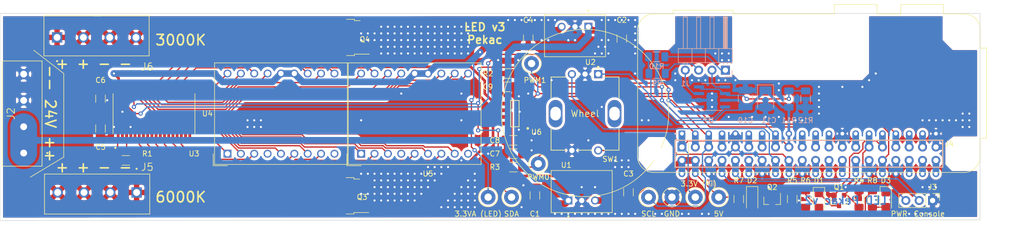
<source format=kicad_pcb>
(kicad_pcb (version 20171130) (host pcbnew 5.1.10)
  (layers (0 F.Cu signal) (31 B.Cu signal) (34 B.Paste user) (35 F.Paste user) (36 B.SilkS user) (37 F.SilkS user) (38 B.Mask user) (39 F.Mask user) (44 Edge.Cuts user))
  (net 0 "")
  (net 1 GND)
  (net 2 +5V)
  (net 3 +3V3)
  (net 4 I2C_SCL)
  (net 5 I2C_SDA)
  (net 6 +24V)
  (net 7 +3.3VA)
  (net 8 "Net-(D1-Pad2)")
  (net 9 "Net-(D1-Pad1)")
  (net 10 "Net-(Q3-Pad1)")
  (net 11 /dig1_a)
  (net 12 /dig1_b)
  (net 13 /dig1_c)
  (net 14 /dig1_d)
  (net 15 /dig1_e)
  (net 16 /dig1_f)
  (net 17 /dig3_e)
  (net 18 /dig3_f)
  (net 19 /dig3_g)
  (net 20 /dig4_a)
  (net 21 /dig4_b)
  (net 22 /dig4_c)
  (net 23 /dig4_d)
  (net 24 /dig4_e)
  (net 25 /dig4_f)
  (net 26 /dig4_g)
  (net 27 /dig1_g)
  (net 28 /dig2_f)
  (net 29 /dig2_a)
  (net 30 /dig2_b)
  (net 31 /dig2_c)
  (net 32 /dig2_g)
  (net 33 /dig2_d)
  (net 34 /dig2_e)
  (net 35 /dig3_a)
  (net 36 /dig3_b)
  (net 37 /dig3_c)
  (net 38 /dig3_d)
  (net 39 "Net-(R1-Pad1)")
  (net 40 "Net-(D2-Pad2)")
  (net 41 "Net-(D2-Pad1)")
  (net 42 "Net-(D3-Pad2)")
  (net 43 "Net-(Q4-Pad1)")
  (net 44 /Cool-)
  (net 45 /Warm-)
  (net 46 /PWM1)
  (net 47 /PWM0)
  (net 48 /Console_TX)
  (net 49 /Console_RX)
  (net 50 /NTC2_sense)
  (net 51 /NTC2_bias)
  (net 52 /NTC1_sense)
  (net 53 /NTC1_bias)
  (net 54 /pi_29)
  (net 55 /pi_31)
  (net 56 /pi_18)
  (net 57 /pi_16)
  (net 58 /pi_15)
  (net 59 /pi_40)
  (net 60 /pi_36)
  (net 61 /pi_38)
  (net 62 /pi_35)
  (net 63 /pi_37)
  (net 64 /pi_12)
  (net 65 /pi_11)
  (net 66 /pi_13)
  (net 67 /pi_19)
  (net 68 /pi_24)
  (net 69 /pi_22)
  (net 70 /pi_23)
  (net 71 /pi_21)
  (net 72 /pi_28)
  (net 73 /pi_26)
  (net 74 /pi_27)
  (net 75 /pi_07)
  (net 76 /adc_mid)
  (module Resistor_SMD:R_1206_3216Metric_Pad1.30x1.75mm_HandSolder (layer B.Cu) (at 234.315 77.242 270)
    (fp_text reference R12 (at 4.038 0 180) (layer B.SilkS) (effects (justify mirror)))
    (fp_text value "12.1k 0.1%")
    (pad 1 smd roundrect (at -1.55 0 270) (size 1.3 1.75) (layers B.Cu B.Paste B.Mask) (roundrect_rratio 0.192308) (net 76 /adc_mid))
    (pad 2 smd roundrect (at 1.55 0 270) (size 1.3 1.75) (layers B.Cu B.Paste B.Mask) (roundrect_rratio 0.192308) (net 1 GND))
  )
  (module Resistor_SMD:R_1206_3216Metric_Pad1.30x1.75mm_HandSolder (layer B.Cu) (at 231.14 77.242 90)
    (fp_text reference R11 (at -4.038 0 180) (layer B.SilkS) (effects (justify mirror)))
    (fp_text value "12.1k 0.1%")
    (pad 2 smd roundrect (at 1.55 0 90) (size 1.3 1.75) (layers B.Cu B.Paste B.Mask) (roundrect_rratio 0.192308) (net 76 /adc_mid))
    (pad 1 smd roundrect (at -1.55 0 90) (size 1.3 1.75) (layers B.Cu B.Paste B.Mask) (roundrect_rratio 0.192308) (net 3 +3V3))
  )
  (module pekac-library:Bourns-PEC12R-3220F-S0024-MFG (layer F.Cu) (at 192.405 80.01 180)
    (fp_text reference SW1 (at -6.45 -8.65) (layer F.SilkS) (effects (justify right)))
    (fp_text value Wheel (at 0 0) (layer F.SilkS) (effects (font (size 1.27 1.27))))
    (pad 4 thru_hole roundrect (at 5.6 0 180) (size 2.6 5.2) (drill oval 2 2.6) (layers *.Cu *.Mask) (roundrect_rratio 0.5))
    (pad 3 thru_hole roundrect (at -5.6 0 180) (size 2.6 5.2) (drill oval 2 2.6) (layers *.Cu *.Mask) (roundrect_rratio 0.5))
    (pad B thru_hole circle (at 2.5 7.5 180) (size 1.55 1.55) (drill 1) (layers *.Cu *.Mask) (net 57 /pi_16))
    (pad C thru_hole circle (at 0 7.5 180) (size 1.55 1.55) (drill 1) (layers *.Cu *.Mask) (net 1 GND))
    (pad A thru_hole rect (at -2.5 7.5 180) (size 1.55 1.55) (drill 1) (layers *.Cu *.Mask) (net 58 /pi_15))
    (pad 2 thru_hole circle (at 2.5 -7 180) (size 1.55 1.55) (drill 1) (layers *.Cu *.Mask) (net 1 GND))
    (pad 1 thru_hole circle (at -2.5 -7 180) (size 1.55 1.55) (drill 1) (layers *.Cu *.Mask) (net 56 /pi_18))
  )
  (module Package_TO_SOT_SMD:TO-252-2 (layer F.Cu) (at 146.015 95.63 180)
    (fp_text reference Q3 (at -4.02 -0.255) (layer F.SilkS))
    (fp_text value IPD50N06S4L08ATMA2)
    (pad 2 smd rect (at 2.1 0 180) (size 6.4 5.8) (layers F.Cu F.Mask) (net 44 /Cool-))
    (pad 3 smd rect (at -4.2 2.28 180) (size 2.2 1.2) (layers F.Cu F.Paste F.Mask) (net 1 GND))
    (pad 1 smd rect (at -4.2 -2.28 180) (size 2.2 1.2) (layers F.Cu F.Paste F.Mask) (net 10 "Net-(Q3-Pad1)"))
  )
  (module pekac-library:SAMTEC_HLE-120-02-X-DV-PE-BE_no_internal_holes_reversed (layer B.Cu) (at 275.59 87.63)
    (fp_text reference J7 (at -59.055 5.715) (layer B.SilkS) (effects (justify mirror)))
    (fp_text value Conn_01x40_Female)
    (pad 34 thru_hole circle (at -24.13 3.81) (size 1.218 1.218) (drill 0.71) (layers *.Cu *.Mask) (net 1 GND))
    (pad 40 thru_hole circle (at -16.51 3.81) (size 1.218 1.218) (drill 0.71) (layers *.Cu *.Mask) (net 59 /pi_40))
    (pad 36 thru_hole circle (at -21.59 3.81) (size 1.218 1.218) (drill 0.71) (layers *.Cu *.Mask) (net 60 /pi_36))
    (pad 38 thru_hole circle (at -19.05 3.81) (size 1.218 1.218) (drill 0.71) (layers *.Cu *.Mask) (net 61 /pi_38))
    (pad 35 thru_hole circle (at -21.59 -3.81) (size 1.218 1.218) (drill 0.71) (layers *.Cu *.Mask) (net 62 /pi_35))
    (pad 33 thru_hole circle (at -24.13 -3.81) (size 1.218 1.218) (drill 0.71) (layers *.Cu *.Mask) (net 46 /PWM1))
    (pad 37 thru_hole circle (at -19.05 -3.81) (size 1.218 1.218) (drill 0.71) (layers *.Cu *.Mask) (net 63 /pi_37))
    (pad 39 thru_hole circle (at -16.51 -3.81) (size 1.218 1.218) (drill 0.71) (layers *.Cu *.Mask) (net 1 GND))
    (pad 4 thru_hole circle (at -62.23 3.81) (size 1.218 1.218) (drill 0.71) (layers *.Cu *.Mask) (net 2 +5V))
    (pad 3 thru_hole circle (at -62.23 -3.81) (size 1.218 1.218) (drill 0.71) (layers *.Cu *.Mask) (net 5 I2C_SDA))
    (pad 2 thru_hole circle (at -64.77 3.81) (size 1.218 1.218) (drill 0.71) (layers *.Cu *.Mask) (net 2 +5V))
    (pad 1 thru_hole rect (at -64.77 -3.81) (size 1.218 1.218) (drill 0.71) (layers *.Cu *.Mask) (net 3 +3V3))
    (pad 8 thru_hole circle (at -57.15 3.81) (size 1.218 1.218) (drill 0.71) (layers *.Cu *.Mask) (net 48 /Console_TX))
    (pad 7 thru_hole circle (at -57.15 -3.81) (size 1.218 1.218) (drill 0.71) (layers *.Cu *.Mask) (net 75 /pi_07))
    (pad 6 thru_hole circle (at -59.69 3.81) (size 1.218 1.218) (drill 0.71) (layers *.Cu *.Mask) (net 1 GND))
    (pad 5 thru_hole circle (at -59.69 -3.81) (size 1.218 1.218) (drill 0.71) (layers *.Cu *.Mask) (net 4 I2C_SCL))
    (pad 12 thru_hole circle (at -52.07 3.81) (size 1.218 1.218) (drill 0.71) (layers *.Cu *.Mask) (net 64 /pi_12))
    (pad 10 thru_hole circle (at -54.61 3.81) (size 1.218 1.218) (drill 0.71) (layers *.Cu *.Mask) (net 49 /Console_RX))
    (pad 11 thru_hole circle (at -52.07 -3.81) (size 1.218 1.218) (drill 0.71) (layers *.Cu *.Mask) (net 65 /pi_11))
    (pad 13 thru_hole circle (at -49.53 -3.81) (size 1.218 1.218) (drill 0.71) (layers *.Cu *.Mask) (net 66 /pi_13))
    (pad 9 thru_hole circle (at -54.61 -3.81) (size 1.218 1.218) (drill 0.71) (layers *.Cu *.Mask) (net 1 GND))
    (pad 18 thru_hole circle (at -44.45 3.81) (size 1.218 1.218) (drill 0.71) (layers *.Cu *.Mask) (net 56 /pi_18))
    (pad 16 thru_hole circle (at -46.99 3.81) (size 1.218 1.218) (drill 0.71) (layers *.Cu *.Mask) (net 57 /pi_16))
    (pad 17 thru_hole circle (at -44.45 -3.81) (size 1.218 1.218) (drill 0.71) (layers *.Cu *.Mask) (net 3 +3V3))
    (pad 19 thru_hole circle (at -41.91 -3.81) (size 1.218 1.218) (drill 0.71) (layers *.Cu *.Mask) (net 67 /pi_19))
    (pad 14 thru_hole circle (at -49.53 3.81) (size 1.218 1.218) (drill 0.71) (layers *.Cu *.Mask) (net 1 GND))
    (pad 15 thru_hole circle (at -46.99 -3.81) (size 1.218 1.218) (drill 0.71) (layers *.Cu *.Mask) (net 58 /pi_15))
    (pad 24 thru_hole circle (at -36.83 3.81) (size 1.218 1.218) (drill 0.71) (layers *.Cu *.Mask) (net 68 /pi_24))
    (pad 22 thru_hole circle (at -39.37 3.81) (size 1.218 1.218) (drill 0.71) (layers *.Cu *.Mask) (net 69 /pi_22))
    (pad 23 thru_hole circle (at -36.83 -3.81) (size 1.218 1.218) (drill 0.71) (layers *.Cu *.Mask) (net 70 /pi_23))
    (pad 25 thru_hole circle (at -34.29 -3.81) (size 1.218 1.218) (drill 0.71) (layers *.Cu *.Mask) (net 1 GND))
    (pad 20 thru_hole circle (at -41.91 3.81) (size 1.218 1.218) (drill 0.71) (layers *.Cu *.Mask) (net 1 GND))
    (pad 21 thru_hole circle (at -39.37 -3.81) (size 1.218 1.218) (drill 0.71) (layers *.Cu *.Mask) (net 71 /pi_21))
    (pad 30 thru_hole circle (at -29.21 3.81) (size 1.218 1.218) (drill 0.71) (layers *.Cu *.Mask) (net 1 GND))
    (pad 28 thru_hole circle (at -31.75 3.81) (size 1.218 1.218) (drill 0.71) (layers *.Cu *.Mask) (net 72 /pi_28))
    (pad 32 thru_hole circle (at -26.67 3.81) (size 1.218 1.218) (drill 0.71) (layers *.Cu *.Mask) (net 47 /PWM0))
    (pad 29 thru_hole circle (at -29.21 -3.81) (size 1.218 1.218) (drill 0.71) (layers *.Cu *.Mask) (net 54 /pi_29))
    (pad 31 thru_hole circle (at -26.67 -3.81) (size 1.218 1.218) (drill 0.71) (layers *.Cu *.Mask) (net 55 /pi_31))
    (pad 26 thru_hole circle (at -34.29 3.81) (size 1.218 1.218) (drill 0.71) (layers *.Cu *.Mask) (net 73 /pi_26))
    (pad 27 thru_hole circle (at -31.75 -3.81) (size 1.218 1.218) (drill 0.71) (layers *.Cu *.Mask) (net 74 /pi_27))
  )
  (module Module:Raspberry_Pi_Zero_Socketed_THT_FaceDown_MountingHoles (layer F.Cu) (at 210.82 86.36 90)
    (fp_text reference J4 (at 0.635 50.8) (layer F.SilkS))
    (fp_text value "Pi Zero")
    (pad "" np_thru_hole circle (at -1.27 53.13 180) (size 2.75 2.75) (drill 2.75) (layers *.Cu *.Mask))
    (pad "" np_thru_hole circle (at 21.73 -4.87 180) (size 2.75 2.75) (drill 2.75) (layers *.Cu *.Mask))
    (pad "" np_thru_hole circle (at 21.73 53.13 180) (size 2.75 2.75) (drill 2.75) (layers *.Cu *.Mask))
    (pad "" np_thru_hole circle (at -1.27 -4.87 180) (size 2.75 2.75) (drill 2.75) (layers *.Cu *.Mask))
    (pad 40 thru_hole oval (at -2.54 48.26 90) (size 1.7 1.7) (drill 1) (layers *.Cu *.Mask) (net 59 /pi_40))
    (pad 39 thru_hole oval (at 0 48.26 90) (size 1.7 1.7) (drill 1) (layers *.Cu *.Mask) (net 1 GND))
    (pad 26 thru_hole oval (at -2.54 30.48 90) (size 1.7 1.7) (drill 1) (layers *.Cu *.Mask) (net 73 /pi_26))
    (pad 25 thru_hole oval (at 0 30.48 90) (size 1.7 1.7) (drill 1) (layers *.Cu *.Mask) (net 1 GND))
    (pad 22 thru_hole oval (at -2.54 25.4 90) (size 1.7 1.7) (drill 1) (layers *.Cu *.Mask) (net 69 /pi_22))
    (pad 21 thru_hole oval (at 0 25.4 90) (size 1.7 1.7) (drill 1) (layers *.Cu *.Mask) (net 71 /pi_21))
    (pad 30 thru_hole oval (at -2.54 35.56 90) (size 1.7 1.7) (drill 1) (layers *.Cu *.Mask) (net 1 GND))
    (pad 29 thru_hole oval (at 0 35.56 90) (size 1.7 1.7) (drill 1) (layers *.Cu *.Mask) (net 54 /pi_29))
    (pad 8 thru_hole oval (at -2.54 7.62 90) (size 1.7 1.7) (drill 1) (layers *.Cu *.Mask) (net 48 /Console_TX))
    (pad 7 thru_hole oval (at 0 7.62 90) (size 1.7 1.7) (drill 1) (layers *.Cu *.Mask) (net 75 /pi_07))
    (pad 32 thru_hole oval (at -2.54 38.1 90) (size 1.7 1.7) (drill 1) (layers *.Cu *.Mask) (net 47 /PWM0))
    (pad 31 thru_hole oval (at 0 38.1 90) (size 1.7 1.7) (drill 1) (layers *.Cu *.Mask) (net 55 /pi_31))
    (pad 18 thru_hole oval (at -2.54 20.32 90) (size 1.7 1.7) (drill 1) (layers *.Cu *.Mask) (net 56 /pi_18))
    (pad 17 thru_hole oval (at 0 20.32 90) (size 1.7 1.7) (drill 1) (layers *.Cu *.Mask) (net 3 +3V3))
    (pad 36 thru_hole oval (at -2.54 43.18 90) (size 1.7 1.7) (drill 1) (layers *.Cu *.Mask) (net 60 /pi_36))
    (pad 35 thru_hole oval (at 0 43.18 90) (size 1.7 1.7) (drill 1) (layers *.Cu *.Mask) (net 62 /pi_35))
    (pad 34 thru_hole oval (at -2.54 40.64 90) (size 1.7 1.7) (drill 1) (layers *.Cu *.Mask) (net 1 GND))
    (pad 33 thru_hole oval (at 0 40.64 90) (size 1.7 1.7) (drill 1) (layers *.Cu *.Mask) (net 46 /PWM1))
    (pad 38 thru_hole oval (at -2.54 45.72 90) (size 1.7 1.7) (drill 1) (layers *.Cu *.Mask) (net 61 /pi_38))
    (pad 37 thru_hole oval (at 0 45.72 90) (size 1.7 1.7) (drill 1) (layers *.Cu *.Mask) (net 63 /pi_37))
    (pad 20 thru_hole oval (at -2.54 22.86 90) (size 1.7 1.7) (drill 1) (layers *.Cu *.Mask) (net 1 GND))
    (pad 19 thru_hole oval (at 0 22.86 90) (size 1.7 1.7) (drill 1) (layers *.Cu *.Mask) (net 67 /pi_19))
    (pad 10 thru_hole oval (at -2.54 10.16 90) (size 1.7 1.7) (drill 1) (layers *.Cu *.Mask) (net 49 /Console_RX))
    (pad 9 thru_hole oval (at 0 10.16 90) (size 1.7 1.7) (drill 1) (layers *.Cu *.Mask) (net 1 GND))
    (pad 14 thru_hole oval (at -2.54 15.24 90) (size 1.7 1.7) (drill 1) (layers *.Cu *.Mask) (net 1 GND))
    (pad 13 thru_hole oval (at 0 15.24 90) (size 1.7 1.7) (drill 1) (layers *.Cu *.Mask) (net 66 /pi_13))
    (pad 28 thru_hole oval (at -2.54 33.02 90) (size 1.7 1.7) (drill 1) (layers *.Cu *.Mask) (net 72 /pi_28))
    (pad 27 thru_hole oval (at 0 33.02 90) (size 1.7 1.7) (drill 1) (layers *.Cu *.Mask) (net 74 /pi_27))
    (pad 12 thru_hole oval (at -2.54 12.7 90) (size 1.7 1.7) (drill 1) (layers *.Cu *.Mask) (net 64 /pi_12))
    (pad 11 thru_hole oval (at 0 12.7 90) (size 1.7 1.7) (drill 1) (layers *.Cu *.Mask) (net 65 /pi_11))
    (pad 24 thru_hole oval (at -2.54 27.94 90) (size 1.7 1.7) (drill 1) (layers *.Cu *.Mask) (net 68 /pi_24))
    (pad 23 thru_hole oval (at 0 27.94 90) (size 1.7 1.7) (drill 1) (layers *.Cu *.Mask) (net 70 /pi_23))
    (pad 1 thru_hole rect (at 0 0 90) (size 1.7 1.7) (drill 1) (layers *.Cu *.Mask) (net 3 +3V3))
    (pad 2 thru_hole oval (at -2.54 0 90) (size 1.7 1.7) (drill 1) (layers *.Cu *.Mask) (net 2 +5V))
    (pad 5 thru_hole oval (at 0 5.08 90) (size 1.7 1.7) (drill 1) (layers *.Cu *.Mask) (net 4 I2C_SCL))
    (pad 4 thru_hole oval (at -2.54 2.54 90) (size 1.7 1.7) (drill 1) (layers *.Cu *.Mask) (net 2 +5V))
    (pad 16 thru_hole oval (at -2.54 17.78 90) (size 1.7 1.7) (drill 1) (layers *.Cu *.Mask) (net 57 /pi_16))
    (pad 15 thru_hole oval (at 0 17.78 90) (size 1.7 1.7) (drill 1) (layers *.Cu *.Mask) (net 58 /pi_15))
    (pad 3 thru_hole oval (at 0 2.54 90) (size 1.7 1.7) (drill 1) (layers *.Cu *.Mask) (net 5 I2C_SDA))
    (pad 6 thru_hole oval (at -2.54 5.08 90) (size 1.7 1.7) (drill 1) (layers *.Cu *.Mask) (net 1 GND))
  )
  (module Resistor_SMD:R_1206_3216Metric_Pad1.30x1.75mm_HandSolder (layer B.Cu) (at 206.02 69.215)
    (fp_text reference R10 (at 0 1.82) (layer B.SilkS) (effects (justify mirror)))
    (fp_text value "12.1k 0.1%")
    (pad 2 smd roundrect (at 1.55 0) (size 1.3 1.75) (layers B.Cu B.Paste B.Mask) (roundrect_rratio 0.1923069230769231) (net 53 /NTC1_bias))
    (pad 1 smd roundrect (at -1.55 0) (size 1.3 1.75) (layers B.Cu B.Paste B.Mask) (roundrect_rratio 0.1923069230769231) (net 3 +3V3))
  )
  (module Package_SO:SOIC-8_3.9x4.9mm_P1.27mm (layer B.Cu) (at 216.535 76.835 180)
    (fp_text reference U7 (at 0.635 -4.445) (layer B.SilkS) (effects (justify mirror)))
    (fp_text value MCP3426A0-E/SN)
    (pad 8 smd roundrect (at 2.475 1.905 180) (size 1.95 0.6) (layers B.Cu B.Paste B.Mask) (net 76 /adc_mid))
    (pad 7 smd roundrect (at 2.475 0.635 180) (size 1.95 0.6) (layers B.Cu B.Paste B.Mask) (net 50 /NTC2_sense))
    (pad 6 smd roundrect (at 2.475 -0.635 180) (size 1.95 0.6) (layers B.Cu B.Paste B.Mask) (net 1 GND))
    (pad 5 smd roundrect (at 2.475 -1.905 180) (size 1.95 0.6) (layers B.Cu B.Paste B.Mask) (net 4 I2C_SCL))
    (pad 4 smd roundrect (at -2.475 -1.905 180) (size 1.95 0.6) (layers B.Cu B.Paste B.Mask) (net 5 I2C_SDA))
    (pad 3 smd roundrect (at -2.475 -0.635 180) (size 1.95 0.6) (layers B.Cu B.Paste B.Mask) (net 3 +3V3))
    (pad 2 smd roundrect (at -2.475 0.635 180) (size 1.95 0.6) (layers B.Cu B.Paste B.Mask) (net 76 /adc_mid))
    (pad 1 smd roundrect (at -2.475 1.905 180) (size 1.95 0.6) (layers B.Cu B.Paste B.Mask) (net 52 /NTC1_sense))
  )
  (module Resistor_SMD:R_1206_3216Metric_Pad1.30x1.75mm_HandSolder (layer B.Cu) (at 206.095 72.39)
    (fp_text reference R9 (at 0 1.82) (layer B.SilkS) (effects (justify mirror)))
    (fp_text value "12.1k 0.1%")
    (pad 2 smd roundrect (at 1.55 0) (size 1.3 1.75) (layers B.Cu B.Paste B.Mask) (roundrect_rratio 0.1923069230769231) (net 51 /NTC2_bias))
    (pad 1 smd roundrect (at -1.55 0) (size 1.3 1.75) (layers B.Cu B.Paste B.Mask) (roundrect_rratio 0.1923069230769231) (net 3 +3V3))
  )
  (module Connector_PinHeader_2.54mm:PinHeader_1x04_P2.54mm_Horizontal (layer B.Cu) (at 219.075 71.755 90)
    (fp_text reference J1 (at -2.54 -7.62) (layer B.SilkS) (effects (justify mirror)))
    (fp_text value Conn_01x04)
    (pad 4 thru_hole oval (at 0 -7.62 90) (size 1.7 1.7) (drill 1) (layers *.Cu *.Mask) (net 50 /NTC2_sense))
    (pad 3 thru_hole oval (at 0 -5.08 90) (size 1.7 1.7) (drill 1) (layers *.Cu *.Mask) (net 51 /NTC2_bias))
    (pad 2 thru_hole oval (at 0 -2.54 90) (size 1.7 1.7) (drill 1) (layers *.Cu *.Mask) (net 52 /NTC1_sense))
    (pad 1 thru_hole rect (at 0 0 90) (size 1.7 1.7) (drill 1) (layers *.Cu *.Mask) (net 53 /NTC1_bias))
  )
  (module Capacitor_Tantalum_SMD:CP_EIA-3528-21_Kemet-B_Pad1.50x2.35mm_HandSolder (layer B.Cu) (at 226.695 77.19 270)
    (fp_text reference C11 (at 4.09 -0.635 180) (layer B.SilkS) (effects (justify mirror)))
    (fp_text value "10uF Tantalum")
    (pad 2 smd roundrect (at 1.625 0 270) (size 1.5 2.35) (layers B.Cu B.Paste B.Mask) (roundrect_rratio 0.1666666666666667) (net 1 GND))
    (pad 1 smd roundrect (at -1.625 0 270) (size 1.5 2.35) (layers B.Cu B.Paste B.Mask) (roundrect_rratio 0.1666666666666667) (net 3 +3V3))
  )
  (module Capacitor_SMD:C_1210_3225Metric_Pad1.33x2.70mm_HandSolder (layer B.Cu) (at 222.885 77.1275 270)
    (fp_text reference C10 (at 4.1525 0 180) (layer B.SilkS) (effects (justify mirror)))
    (fp_text value 100nF)
    (pad 2 smd roundrect (at 1.5625 0 270) (size 1.325 2.7) (layers B.Cu B.Paste B.Mask) (roundrect_rratio 0.1886769811320755) (net 3 +3V3))
    (pad 1 smd roundrect (at -1.5625 0 270) (size 1.325 2.7) (layers B.Cu B.Paste B.Mask) (roundrect_rratio 0.1886769811320755) (net 1 GND))
  )
  (module pekac-library:CUI_TB002-500-04BE (layer F.Cu) (at 85.725 87.503 90)
    (fp_text reference J2 (at 7.493 -2.413 90) (layer F.SilkS) (effects (font (size 1.4 1.4))))
    (fp_text value 24V)
    (pad 1 thru_hole rect (at 0 0 90) (size 1.95 1.95) (drill 1.3) (layers *.Cu *.Mask) (net 6 +24V))
    (pad 2 thru_hole circle (at 5 0 90) (size 1.95 1.95) (drill 1.3) (layers *.Cu *.Mask) (net 6 +24V))
    (pad 3 thru_hole circle (at 10 0 90) (size 1.95 1.95) (drill 1.3) (layers *.Cu *.Mask) (net 1 GND))
    (pad 4 thru_hole circle (at 15 0 90) (size 1.95 1.95) (drill 1.3) (layers *.Cu *.Mask) (net 1 GND))
  )
  (module pekac-library:CUI_TB002-500-04BE (layer F.Cu) (at 92.075 65.532)
    (fp_text reference J6 (at 17.145 5.588) (layer F.SilkS) (effects (font (size 1.4 1.4))))
    (fp_text value Warm)
    (pad 4 thru_hole circle (at 15 0) (size 1.95 1.95) (drill 1.3) (layers *.Cu *.Mask) (net 45 /Warm-))
    (pad 3 thru_hole circle (at 10 0) (size 1.95 1.95) (drill 1.3) (layers *.Cu *.Mask) (net 45 /Warm-))
    (pad 2 thru_hole circle (at 5 0) (size 1.95 1.95) (drill 1.3) (layers *.Cu *.Mask) (net 6 +24V))
    (pad 1 thru_hole rect (at 0 0) (size 1.95 1.95) (drill 1.3) (layers *.Cu *.Mask) (net 6 +24V))
  )
  (module pekac-library:CUI_TB002-500-04BE (layer F.Cu) (at 107.188 94.996 180)
    (fp_text reference J5 (at -2.032 4.826) (layer F.SilkS) (effects (font (size 1.4 1.4))))
    (fp_text value Cool)
    (pad 4 thru_hole circle (at 15 0 180) (size 1.95 1.95) (drill 1.3) (layers *.Cu *.Mask) (net 6 +24V))
    (pad 3 thru_hole circle (at 10 0 180) (size 1.95 1.95) (drill 1.3) (layers *.Cu *.Mask) (net 6 +24V))
    (pad 2 thru_hole circle (at 5 0 180) (size 1.95 1.95) (drill 1.3) (layers *.Cu *.Mask) (net 44 /Cool-))
    (pad 1 thru_hole rect (at 0 0 180) (size 1.95 1.95) (drill 1.3) (layers *.Cu *.Mask) (net 44 /Cool-))
  )
  (module pekac-library:Microchip-TC1427COA-Level_A (layer F.Cu) (at 179.07 80.01 180)
    (fp_text reference U6 (at -5.199999 -3.499999) (layer F.SilkS) (effects (justify right)))
    (fp_text value TC1427COA hide)
    (pad 1 smd roundrect (at -2.45 -1.905 90) (size 0.700001 2.5) (layers F.Cu F.Paste F.Mask) (roundrect_rratio 0.4999992857153061))
    (pad 2 smd roundrect (at -2.45 -0.635 90) (size 0.700001 2.5) (layers F.Cu F.Paste F.Mask) (roundrect_rratio 0.4999992857153061) (net 47 /PWM0))
    (pad 3 smd roundrect (at -2.45 0.635 90) (size 0.700001 2.5) (layers F.Cu F.Paste F.Mask) (roundrect_rratio 0.4999992857153061) (net 1 GND))
    (pad 4 smd roundrect (at -2.45 1.905 90) (size 0.700001 2.5) (layers F.Cu F.Paste F.Mask) (roundrect_rratio 0.4999992857153061) (net 46 /PWM1))
    (pad 8 smd roundrect (at 2.45 -1.905 90) (size 0.700001 2.5) (layers F.Cu F.Paste F.Mask) (roundrect_rratio 0.4999992857153061))
    (pad 7 smd roundrect (at 2.45 -0.635 90) (size 0.700001 2.5) (layers F.Cu F.Paste F.Mask) (roundrect_rratio 0.4999992857153061) (net 10 "Net-(Q3-Pad1)"))
    (pad 6 smd roundrect (at 2.45 0.635 90) (size 0.700001 2.5) (layers F.Cu F.Paste F.Mask) (roundrect_rratio 0.4999992857153061) (net 2 +5V))
    (pad 5 smd roundrect (at 2.45 1.905 90) (size 0.700001 2.5) (layers F.Cu F.Paste F.Mask) (roundrect_rratio 0.4999992857153061) (net 43 "Net-(Q4-Pad1)"))
  )
  (module pekac-library:MaximSSOP36 (layer F.Cu) (at 110.49 80.01 90)
    (fp_text reference U3 (at -7.62 7.62 180) (layer F.SilkS))
    (fp_text value MAX6956AAX+)
    (pad 1 smd rect (at -4.72 -6.8 90) (size 1.79 0.54) (layers F.Cu F.Paste F.Mask) (net 39 "Net-(R1-Pad1)"))
    (pad 2 smd rect (at -4.72 -6 90) (size 1.79 0.54) (layers F.Cu F.Paste F.Mask) (net 1 GND))
    (pad 3 smd rect (at -4.72 -5.2 90) (size 1.79 0.54) (layers F.Cu F.Paste F.Mask) (net 1 GND))
    (pad 4 smd rect (at -4.72 -4.4 90) (size 1.79 0.54) (layers F.Cu F.Paste F.Mask) (net 1 GND))
    (pad 5 smd rect (at -4.72 -3.6 90) (size 1.79 0.54) (layers F.Cu F.Paste F.Mask) (net 22 /dig4_c))
    (pad 6 smd rect (at -4.72 -2.8 90) (size 1.79 0.54) (layers F.Cu F.Paste F.Mask) (net 26 /dig4_g))
    (pad 7 smd rect (at -4.72 -2 90) (size 1.79 0.54) (layers F.Cu F.Paste F.Mask) (net 23 /dig4_d))
    (pad 8 smd rect (at -4.72 -1.2 90) (size 1.79 0.54) (layers F.Cu F.Paste F.Mask) (net 24 /dig4_e))
    (pad 9 smd rect (at -4.72 -0.4 90) (size 1.79 0.54) (layers F.Cu F.Paste F.Mask) (net 37 /dig3_c))
    (pad 10 smd rect (at -4.72 0.4 90) (size 1.79 0.54) (layers F.Cu F.Paste F.Mask) (net 38 /dig3_d))
    (pad 11 smd rect (at -4.72 1.2 90) (size 1.79 0.54) (layers F.Cu F.Paste F.Mask) (net 17 /dig3_e))
    (pad 12 smd rect (at -4.72 2 90) (size 1.79 0.54) (layers F.Cu F.Paste F.Mask) (net 31 /dig2_c))
    (pad 13 smd rect (at -4.72 2.8 90) (size 1.79 0.54) (layers F.Cu F.Paste F.Mask) (net 32 /dig2_g))
    (pad 14 smd rect (at -4.72 3.6 90) (size 1.79 0.54) (layers F.Cu F.Paste F.Mask) (net 33 /dig2_d))
    (pad 15 smd rect (at -4.72 4.4 90) (size 1.79 0.54) (layers F.Cu F.Paste F.Mask) (net 34 /dig2_e))
    (pad 16 smd rect (at -4.72 5.2 90) (size 1.79 0.54) (layers F.Cu F.Paste F.Mask) (net 13 /dig1_c))
    (pad 17 smd rect (at -4.72 6 90) (size 1.79 0.54) (layers F.Cu F.Paste F.Mask) (net 14 /dig1_d))
    (pad 18 smd rect (at -4.72 6.8 90) (size 1.79 0.54) (layers F.Cu F.Paste F.Mask) (net 15 /dig1_e))
    (pad 19 smd rect (at 4.72 6.8 90) (size 1.79 0.54) (layers F.Cu F.Paste F.Mask) (net 16 /dig1_f))
    (pad 20 smd rect (at 4.72 6 90) (size 1.79 0.54) (layers F.Cu F.Paste F.Mask) (net 27 /dig1_g))
    (pad 21 smd rect (at 4.72 5.2 90) (size 1.79 0.54) (layers F.Cu F.Paste F.Mask) (net 11 /dig1_a))
    (pad 22 smd rect (at 4.72 4.4 90) (size 1.79 0.54) (layers F.Cu F.Paste F.Mask) (net 12 /dig1_b))
    (pad 23 smd rect (at 4.72 3.6 90) (size 1.79 0.54) (layers F.Cu F.Paste F.Mask) (net 28 /dig2_f))
    (pad 24 smd rect (at 4.72 2.8 90) (size 1.79 0.54) (layers F.Cu F.Paste F.Mask) (net 29 /dig2_a))
    (pad 25 smd rect (at 4.72 2 90) (size 1.79 0.54) (layers F.Cu F.Paste F.Mask) (net 30 /dig2_b))
    (pad 26 smd rect (at 4.72 1.2 90) (size 1.79 0.54) (layers F.Cu F.Paste F.Mask) (net 18 /dig3_f))
    (pad 27 smd rect (at 4.72 0.4 90) (size 1.79 0.54) (layers F.Cu F.Paste F.Mask) (net 19 /dig3_g))
    (pad 28 smd rect (at 4.72 -0.4 90) (size 1.79 0.54) (layers F.Cu F.Paste F.Mask) (net 35 /dig3_a))
    (pad 29 smd rect (at 4.72 -1.2 90) (size 1.79 0.54) (layers F.Cu F.Paste F.Mask) (net 36 /dig3_b))
    (pad 30 smd rect (at 4.72 -2 90) (size 1.79 0.54) (layers F.Cu F.Paste F.Mask) (net 25 /dig4_f))
    (pad 31 smd rect (at 4.72 -2.8 90) (size 1.79 0.54) (layers F.Cu F.Paste F.Mask) (net 20 /dig4_a))
    (pad 32 smd rect (at 4.72 -3.6 90) (size 1.79 0.54) (layers F.Cu F.Paste F.Mask) (net 21 /dig4_b))
    (pad 33 smd rect (at 4.72 -4.4 90) (size 1.79 0.54) (layers F.Cu F.Paste F.Mask) (net 5 I2C_SDA))
    (pad 34 smd rect (at 4.72 -5.2 90) (size 1.79 0.54) (layers F.Cu F.Paste F.Mask) (net 4 I2C_SCL))
    (pad 35 smd rect (at 4.72 -6 90) (size 1.79 0.54) (layers F.Cu F.Paste F.Mask) (net 1 GND))
    (pad 36 smd rect (at 4.72 -6.8 90) (size 1.79 0.54) (layers F.Cu F.Paste F.Mask) (net 7 +3.3VA))
  )
  (module pekac-library:CONV_P78E05-1000 (layer F.Cu) (at 190.5 63.5 180)
    (fp_text reference U2 (at -2.925 -6.735) (layer F.SilkS))
    (fp_text value SWITCHING-3TERM-3V3)
    (pad 3 thru_hole circle (at 2.54 0 180) (size 1.508 1.508) (drill 1) (layers *.Cu *.Mask) (net 7 +3.3VA))
    (pad 2 thru_hole circle (at 0 0 180) (size 1.508 1.508) (drill 1) (layers *.Cu *.Mask) (net 1 GND))
    (pad 1 thru_hole rect (at -2.54 0 180) (size 1.508 1.508) (drill 1) (layers *.Cu *.Mask) (net 6 +24V))
  )
  (module pekac-library:CONV_P78E05-1000 (layer F.Cu) (at 191.77 96.52)
    (fp_text reference U1 (at -2.925 -6.735) (layer F.SilkS))
    (fp_text value SWITCHING-3TERM-5V)
    (pad 3 thru_hole circle (at 2.54 0) (size 1.508 1.508) (drill 1) (layers *.Cu *.Mask) (net 2 +5V))
    (pad 2 thru_hole circle (at 0 0) (size 1.508 1.508) (drill 1) (layers *.Cu *.Mask) (net 1 GND))
    (pad 1 thru_hole rect (at -2.54 0) (size 1.508 1.508) (drill 1) (layers *.Cu *.Mask) (net 6 +24V))
  )
  (module TestPoint:TestPoint_Loop_D3.50mm_Drill1.4mm_Beaded (layer F.Cu) (at 182.245 70.485)
    (fp_text reference TP8)
    (fp_text value PWM1 (at 0.635 3.175) (layer F.SilkS))
    (pad 1 thru_hole circle (at 0 0) (size 2.8 2.8) (drill 1.4) (layers *.Cu *.Mask) (net 46 /PWM1))
  )
  (module TestPoint:TestPoint_Loop_D3.50mm_Drill1.4mm_Beaded (layer F.Cu) (at 183.515 89.535)
    (fp_text reference TP7)
    (fp_text value PWM0 (at 0 2.54) (layer F.SilkS))
    (pad 1 thru_hole circle (at 0 0) (size 2.8 2.8) (drill 1.4) (layers *.Cu *.Mask) (net 47 /PWM0))
  )
  (module TestPoint:TestPoint_Loop_D3.50mm_Drill1.4mm_Beaded (layer F.Cu) (at 208.915 95.885)
    (fp_text reference TP6)
    (fp_text value GND (at 0 3.175) (layer F.SilkS))
    (pad 1 thru_hole circle (at 0 0) (size 2.8 2.8) (drill 1.4) (layers *.Cu *.Mask) (net 1 GND))
  )
  (module TestPoint:TestPoint_Loop_D3.50mm_Drill1.4mm_Beaded (layer F.Cu) (at 204.47 95.885)
    (fp_text reference TP5)
    (fp_text value SCL (at 0 3.175) (layer F.SilkS))
    (pad 1 thru_hole circle (at 0 0) (size 2.8 2.8) (drill 1.4) (layers *.Cu *.Mask) (net 4 I2C_SCL))
  )
  (module TestPoint:TestPoint_Loop_D3.50mm_Drill1.4mm_Beaded (layer F.Cu) (at 178.435 95.885)
    (fp_text reference TP4)
    (fp_text value SDA (at 0 3.175) (layer F.SilkS))
    (pad 1 thru_hole circle (at 0 0) (size 2.8 2.8) (drill 1.4) (layers *.Cu *.Mask) (net 5 I2C_SDA))
  )
  (module TestPoint:TestPoint_Loop_D3.50mm_Drill1.4mm_Beaded (layer F.Cu) (at 173.99 95.885)
    (fp_text reference TP3)
    (fp_text value "3.3VA (LED)" (at -1.905 3.175) (layer F.SilkS))
    (pad 1 thru_hole circle (at 0 0) (size 2.8 2.8) (drill 1.4) (layers *.Cu *.Mask) (net 7 +3.3VA))
  )
  (module TestPoint:TestPoint_Loop_D3.50mm_Drill1.4mm_Beaded (layer F.Cu) (at 213.36 95.885)
    (fp_text reference TP2)
    (fp_text value "3.3V (Pi)" (at 0.635 -2.54) (layer F.SilkS))
    (pad 1 thru_hole circle (at 0 0) (size 2.8 2.8) (drill 1.4) (layers *.Cu *.Mask) (net 3 +3V3))
  )
  (module TestPoint:TestPoint_Loop_D3.50mm_Drill1.4mm_Beaded (layer F.Cu) (at 217.805 95.885)
    (fp_text reference TP1)
    (fp_text value 5V (at 0 3.175) (layer F.SilkS))
    (pad 1 thru_hole circle (at 0 0) (size 2.8 2.8) (drill 1.4) (layers *.Cu *.Mask) (net 2 +5V))
  )
  (module Connector_PinHeader_2.54mm:PinHeader_1x03_P2.54mm_Vertical (layer F.Cu) (at 258.445 96.52 270)
    (fp_text reference J3 (at -2.54 0 180) (layer F.SilkS))
    (fp_text value Console (at 2.54 0.635 180) (layer F.SilkS))
    (pad 1 thru_hole rect (at 0 0 270) (size 1.7 1.7) (drill 1) (layers *.Cu *.Mask) (net 1 GND))
    (pad 2 thru_hole oval (at 0 2.54 270) (size 1.7 1.7) (drill 1) (layers *.Cu *.Mask) (net 49 /Console_RX))
    (pad 3 thru_hole oval (at 0 5.08 270) (size 1.7 1.7) (drill 1) (layers *.Cu *.Mask) (net 48 /Console_TX))
  )
  (module Resistor_SMD:R_1206_3216Metric_Pad1.30x1.75mm_HandSolder (layer F.Cu) (at 221.615 96.24 270)
    (fp_text reference R7 (at -3.53 0 180) (layer F.SilkS))
    (fp_text value 160)
    (pad 2 smd roundrect (at 1.55 0 270) (size 1.3 1.75) (layers F.Cu F.Paste F.Mask) (roundrect_rratio 0.1923069230769231) (net 40 "Net-(D2-Pad2)"))
    (pad 1 smd roundrect (at -1.55 0 270) (size 1.3 1.75) (layers F.Cu F.Paste F.Mask) (roundrect_rratio 0.1923069230769231) (net 2 +5V))
  )
  (module Package_TO_SOT_SMD:SOT-23 (layer F.Cu) (at 240.665 96.52 270)
    (fp_text reference Q1 (at -2.54 0 180) (layer F.SilkS))
    (fp_text value 2N7002)
    (pad 3 smd rect (at 1 0 270) (size 0.9 0.8) (layers F.Cu F.Paste F.Mask) (net 9 "Net-(D1-Pad1)"))
    (pad 2 smd rect (at -1 0.95 270) (size 0.9 0.8) (layers F.Cu F.Paste F.Mask) (net 1 GND))
    (pad 1 smd rect (at -1 -0.95 270) (size 0.9 0.8) (layers F.Cu F.Paste F.Mask) (net 54 /pi_29))
  )
  (module Resistor_SMD:R_1206_3216Metric_Pad1.30x1.75mm_HandSolder (layer F.Cu) (at 231.775 96.24 270)
    (fp_text reference R5 (at -3.53 0 180) (layer F.SilkS))
    (fp_text value 220k)
    (pad 2 smd roundrect (at 1.55 0 270) (size 1.3 1.75) (layers F.Cu F.Paste F.Mask) (roundrect_rratio 0.1923069230769231) (net 55 /pi_31))
    (pad 1 smd roundrect (at -1.55 0 270) (size 1.3 1.75) (layers F.Cu F.Paste F.Mask) (roundrect_rratio 0.1923069230769231) (net 1 GND))
  )
  (module Package_TO_SOT_SMD:SOT-23 (layer F.Cu) (at 227.965 96.52 270)
    (fp_text reference Q2 (at -2.54 0 180) (layer F.SilkS))
    (fp_text value 2N7002)
    (pad 3 smd rect (at 1 0 270) (size 0.9 0.8) (layers F.Cu F.Paste F.Mask) (net 41 "Net-(D2-Pad1)"))
    (pad 2 smd rect (at -1 0.95 270) (size 0.9 0.8) (layers F.Cu F.Paste F.Mask) (net 1 GND))
    (pad 1 smd rect (at -1 -0.95 270) (size 0.9 0.8) (layers F.Cu F.Paste F.Mask) (net 55 /pi_31))
  )
  (module Resistor_SMD:R_1206_3216Metric_Pad1.30x1.75mm_HandSolder (layer F.Cu) (at 244.475 96.24 90)
    (fp_text reference R4 (at 3.53 0 180) (layer F.SilkS))
    (fp_text value 220k)
    (pad 2 smd roundrect (at 1.55 0 90) (size 1.3 1.75) (layers F.Cu F.Paste F.Mask) (roundrect_rratio 0.1923069230769231) (net 1 GND))
    (pad 1 smd roundrect (at -1.55 0 90) (size 1.3 1.75) (layers F.Cu F.Paste F.Mask) (roundrect_rratio 0.1923069230769231) (net 54 /pi_29))
  )
  (module Capacitor_SMD:C_1206_3216Metric_Pad1.33x1.80mm_HandSolder (layer F.Cu) (at 200.66 94.9575 90)
    (fp_text reference C3 (at 3.5175 0 180) (layer F.SilkS))
    (fp_text value 22uF/10V)
    (pad 2 smd roundrect (at 1.5625 0 90) (size 1.325 1.8) (layers F.Cu F.Paste F.Mask) (roundrect_rratio 0.1886769811320755) (net 1 GND))
    (pad 1 smd roundrect (at -1.5625 0 90) (size 1.325 1.8) (layers F.Cu F.Paste F.Mask) (roundrect_rratio 0.1886769811320755) (net 2 +5V))
  )
  (module Capacitor_SMD:C_1206_3216Metric_Pad1.33x1.80mm_HandSolder (layer F.Cu) (at 181.61 65.7475 270)
    (fp_text reference C4 (at -3.5175 0 180) (layer F.SilkS))
    (fp_text value 22uF/10V)
    (pad 2 smd roundrect (at 1.5625 0 270) (size 1.325 1.8) (layers F.Cu F.Paste F.Mask) (roundrect_rratio 0.1886769811320755) (net 1 GND))
    (pad 1 smd roundrect (at -1.5625 0 270) (size 1.325 1.8) (layers F.Cu F.Paste F.Mask) (roundrect_rratio 0.1886769811320755) (net 7 +3.3VA))
  )
  (module Capacitor_SMD:C_1206_3216Metric_Pad1.33x1.80mm_HandSolder (layer F.Cu) (at 199.39 65.7475 270)
    (fp_text reference C2 (at -3.5175 0 180) (layer F.SilkS))
    (fp_text value 10uF/50V)
    (pad 2 smd roundrect (at 1.5625 0 270) (size 1.325 1.8) (layers F.Cu F.Paste F.Mask) (roundrect_rratio 0.1886769811320755) (net 1 GND))
    (pad 1 smd roundrect (at -1.5625 0 270) (size 1.325 1.8) (layers F.Cu F.Paste F.Mask) (roundrect_rratio 0.1886769811320755) (net 6 +24V))
  )
  (module Capacitor_SMD:C_1206_3216Metric_Pad1.33x1.80mm_HandSolder (layer F.Cu) (at 182.88 95.5425 90)
    (fp_text reference C1 (at -3.5175 0 180) (layer F.SilkS))
    (fp_text value 10uF/50V)
    (pad 2 smd roundrect (at 1.5625 0 90) (size 1.325 1.8) (layers F.Cu F.Paste F.Mask) (roundrect_rratio 0.1886769811320755) (net 1 GND))
    (pad 1 smd roundrect (at -1.5625 0 90) (size 1.325 1.8) (layers F.Cu F.Paste F.Mask) (roundrect_rratio 0.1886769811320755) (net 6 +24V))
  )
  (module Display_7Segment:DA56-11CGKWA (layer F.Cu) (at 124.46 87.63 90)
    (fp_text reference U4 (at 7.62 -3.81 180) (layer F.SilkS))
    (fp_text value DA56-11GWA)
    (pad 18 thru_hole circle (at 15.24 0 90) (size 1.5 1.5) (drill 1) (layers *.Cu *.Mask) (net 16 /dig1_f))
    (pad 17 thru_hole circle (at 15.24 2.54 90) (size 1.5 1.5) (drill 1) (layers *.Cu *.Mask) (net 27 /dig1_g))
    (pad 16 thru_hole circle (at 15.24 5.08 90) (size 1.5 1.5) (drill 1) (layers *.Cu *.Mask) (net 11 /dig1_a))
    (pad 15 thru_hole circle (at 15.24 7.62 90) (size 1.5 1.5) (drill 1) (layers *.Cu *.Mask) (net 12 /dig1_b))
    (pad 14 thru_hole circle (at 15.24 10.16 90) (size 1.5 1.5) (drill 1) (layers *.Cu *.Mask) (net 7 +3.3VA))
    (pad 13 thru_hole circle (at 15.24 12.7 90) (size 1.5 1.5) (drill 1) (layers *.Cu *.Mask) (net 7 +3.3VA))
    (pad 12 thru_hole circle (at 15.24 15.24 90) (size 1.5 1.5) (drill 1) (layers *.Cu *.Mask) (net 28 /dig2_f))
    (pad 11 thru_hole circle (at 15.24 17.78 90) (size 1.5 1.5) (drill 1) (layers *.Cu *.Mask) (net 29 /dig2_a))
    (pad 10 thru_hole circle (at 15.24 20.32 90) (size 1.5 1.5) (drill 1) (layers *.Cu *.Mask) (net 30 /dig2_b))
    (pad 9 thru_hole circle (at 0 20.32 90) (size 1.5 1.5) (drill 1) (layers *.Cu *.Mask))
    (pad 8 thru_hole circle (at 0 17.78 90) (size 1.5 1.5) (drill 1) (layers *.Cu *.Mask) (net 31 /dig2_c))
    (pad 7 thru_hole circle (at 0 15.24 90) (size 1.5 1.5) (drill 1) (layers *.Cu *.Mask) (net 32 /dig2_g))
    (pad 6 thru_hole circle (at 0 12.7 90) (size 1.5 1.5) (drill 1) (layers *.Cu *.Mask) (net 33 /dig2_d))
    (pad 5 thru_hole circle (at 0 10.16 90) (size 1.5 1.5) (drill 1) (layers *.Cu *.Mask) (net 34 /dig2_e))
    (pad 4 thru_hole circle (at 0 7.62 90) (size 1.5 1.5) (drill 1) (layers *.Cu *.Mask))
    (pad 3 thru_hole circle (at 0 5.08 90) (size 1.5 1.5) (drill 1) (layers *.Cu *.Mask) (net 13 /dig1_c))
    (pad 2 thru_hole circle (at 0 2.54 90) (size 1.5 1.5) (drill 1) (layers *.Cu *.Mask) (net 14 /dig1_d))
    (pad 1 thru_hole rect (at 0 0 90) (size 1.5 1.5) (drill 1) (layers *.Cu *.Mask) (net 15 /dig1_e))
  )
  (module Display_7Segment:DA56-11CGKWA (layer F.Cu) (at 149.86 87.63 90)
    (fp_text reference U5 (at -3.81 12.7 180) (layer F.SilkS))
    (fp_text value DA56-11GWA)
    (pad 18 thru_hole circle (at 15.24 0 90) (size 1.5 1.5) (drill 1) (layers *.Cu *.Mask) (net 18 /dig3_f))
    (pad 17 thru_hole circle (at 15.24 2.54 90) (size 1.5 1.5) (drill 1) (layers *.Cu *.Mask) (net 19 /dig3_g))
    (pad 16 thru_hole circle (at 15.24 5.08 90) (size 1.5 1.5) (drill 1) (layers *.Cu *.Mask) (net 35 /dig3_a))
    (pad 15 thru_hole circle (at 15.24 7.62 90) (size 1.5 1.5) (drill 1) (layers *.Cu *.Mask) (net 36 /dig3_b))
    (pad 14 thru_hole circle (at 15.24 10.16 90) (size 1.5 1.5) (drill 1) (layers *.Cu *.Mask) (net 7 +3.3VA))
    (pad 13 thru_hole circle (at 15.24 12.7 90) (size 1.5 1.5) (drill 1) (layers *.Cu *.Mask) (net 7 +3.3VA))
    (pad 12 thru_hole circle (at 15.24 15.24 90) (size 1.5 1.5) (drill 1) (layers *.Cu *.Mask) (net 25 /dig4_f))
    (pad 11 thru_hole circle (at 15.24 17.78 90) (size 1.5 1.5) (drill 1) (layers *.Cu *.Mask) (net 20 /dig4_a))
    (pad 10 thru_hole circle (at 15.24 20.32 90) (size 1.5 1.5) (drill 1) (layers *.Cu *.Mask) (net 21 /dig4_b))
    (pad 9 thru_hole circle (at 0 20.32 90) (size 1.5 1.5) (drill 1) (layers *.Cu *.Mask))
    (pad 8 thru_hole circle (at 0 17.78 90) (size 1.5 1.5) (drill 1) (layers *.Cu *.Mask) (net 22 /dig4_c))
    (pad 7 thru_hole circle (at 0 15.24 90) (size 1.5 1.5) (drill 1) (layers *.Cu *.Mask) (net 26 /dig4_g))
    (pad 6 thru_hole circle (at 0 12.7 90) (size 1.5 1.5) (drill 1) (layers *.Cu *.Mask) (net 23 /dig4_d))
    (pad 5 thru_hole circle (at 0 10.16 90) (size 1.5 1.5) (drill 1) (layers *.Cu *.Mask) (net 24 /dig4_e))
    (pad 4 thru_hole circle (at 0 7.62 90) (size 1.5 1.5) (drill 1) (layers *.Cu *.Mask))
    (pad 3 thru_hole circle (at 0 5.08 90) (size 1.5 1.5) (drill 1) (layers *.Cu *.Mask) (net 37 /dig3_c))
    (pad 2 thru_hole circle (at 0 2.54 90) (size 1.5 1.5) (drill 1) (layers *.Cu *.Mask) (net 38 /dig3_d))
    (pad 1 thru_hole rect (at 0 0 90) (size 1.5 1.5) (drill 1) (layers *.Cu *.Mask) (net 17 /dig3_e))
  )
  (module Resistor_SMD:R_1206_3216Metric_Pad1.30x1.75mm_HandSolder (layer F.Cu) (at 177.52 72.39 180)
    (fp_text reference R2 (at 3.53 0) (layer F.SilkS))
    (fp_text value 220k)
    (pad 2 smd roundrect (at 1.55 0 180) (size 1.3 1.75) (layers F.Cu F.Paste F.Mask) (roundrect_rratio 0.1923069230769231) (net 1 GND))
    (pad 1 smd roundrect (at -1.55 0 180) (size 1.3 1.75) (layers F.Cu F.Paste F.Mask) (roundrect_rratio 0.1923069230769231) (net 46 /PWM1))
  )
  (module Resistor_SMD:R_1206_3216Metric_Pad1.30x1.75mm_HandSolder (layer F.Cu) (at 234.315 96.24 90)
    (fp_text reference R6 (at 3.53 0 180) (layer F.SilkS))
    (fp_text value 160)
    (pad 2 smd roundrect (at 1.55 0 90) (size 1.3 1.75) (layers F.Cu F.Paste F.Mask) (roundrect_rratio 0.1923069230769231) (net 8 "Net-(D1-Pad2)"))
    (pad 1 smd roundrect (at -1.55 0 90) (size 1.3 1.75) (layers F.Cu F.Paste F.Mask) (roundrect_rratio 0.1923069230769231) (net 2 +5V))
  )
  (module LED_SMD:LED_1206_3216Metric_Castellated (layer F.Cu) (at 236.855 96.52 270)
    (fp_text reference D1 (at -3.81 0) (layer F.SilkS))
    (fp_text value LED1)
    (pad 2 smd roundrect (at 1.425 0 270) (size 1.6 1.65) (layers F.Cu F.Paste F.Mask) (roundrect_rratio 0.15625) (net 8 "Net-(D1-Pad2)"))
    (pad 1 smd roundrect (at -1.425 0 270) (size 1.6 1.65) (layers F.Cu F.Paste F.Mask) (roundrect_rratio 0.15625) (net 9 "Net-(D1-Pad1)"))
  )
  (module LED_SMD:LED_1206_3216Metric_Castellated (layer F.Cu) (at 224.155 96.365 270)
    (fp_text reference D2 (at -3.655 0 180) (layer F.SilkS))
    (fp_text value LED2)
    (pad 2 smd roundrect (at 1.425 0 270) (size 1.6 1.65) (layers F.Cu F.Paste F.Mask) (roundrect_rratio 0.15625) (net 40 "Net-(D2-Pad2)"))
    (pad 1 smd roundrect (at -1.425 0 270) (size 1.6 1.65) (layers F.Cu F.Paste F.Mask) (roundrect_rratio 0.15625) (net 41 "Net-(D2-Pad1)"))
  )
  (module Resistor_SMD:R_1206_3216Metric_Pad1.30x1.75mm_HandSolder (layer F.Cu) (at 247.015 96.24 90)
    (fp_text reference R8 (at 3.53 0 180) (layer F.SilkS))
    (fp_text value 160)
    (pad 2 smd roundrect (at 1.55 0 90) (size 1.3 1.75) (layers F.Cu F.Paste F.Mask) (roundrect_rratio 0.1923069230769231) (net 2 +5V))
    (pad 1 smd roundrect (at -1.55 0 90) (size 1.3 1.75) (layers F.Cu F.Paste F.Mask) (roundrect_rratio 0.1923069230769231) (net 42 "Net-(D3-Pad2)"))
  )
  (module Package_TO_SOT_SMD:TO-252-2 (layer F.Cu) (at 146.118 65.532 180)
    (fp_text reference Q4 (at -4.445 -0.38) (layer F.SilkS))
    (fp_text value IPD50N06S4L08ATMA2)
    (pad 2 smd rect (at 2.1 0 180) (size 6.4 5.8) (layers F.Cu F.Mask) (net 45 /Warm-))
    (pad 3 smd rect (at -4.2 2.28 180) (size 2.2 1.2) (layers F.Cu F.Paste F.Mask) (net 1 GND))
    (pad 1 smd rect (at -4.2 -2.28 180) (size 2.2 1.2) (layers F.Cu F.Paste F.Mask) (net 43 "Net-(Q4-Pad1)"))
  )
  (module LED_SMD:LED_1206_3216Metric_Castellated (layer F.Cu) (at 249.555 96.365 270)
    (fp_text reference D3 (at -3.655 0 180) (layer F.SilkS))
    (fp_text value PWR (at 2.695 -2.54 180) (layer F.SilkS))
    (pad 2 smd roundrect (at 1.425 0 270) (size 1.6 1.65) (layers F.Cu F.Paste F.Mask) (roundrect_rratio 0.15625) (net 42 "Net-(D3-Pad2)"))
    (pad 1 smd roundrect (at -1.425 0 270) (size 1.6 1.65) (layers F.Cu F.Paste F.Mask) (roundrect_rratio 0.15625) (net 1 GND))
  )
  (module Capacitor_SMD:C_1206_3216Metric_Pad1.33x1.80mm_HandSolder (layer F.Cu) (at 178.7775 87.63)
    (fp_text reference C7 (at -3.5175 0) (layer F.SilkS))
    (fp_text value 1uF)
    (pad 2 smd roundrect (at 1.5625 0) (size 1.325 1.8) (layers F.Cu F.Paste F.Mask) (roundrect_rratio 0.1886769811320755) (net 1 GND))
    (pad 1 smd roundrect (at -1.5625 0) (size 1.325 1.8) (layers F.Cu F.Paste F.Mask) (roundrect_rratio 0.1886769811320755) (net 2 +5V))
  )
  (module Resistor_SMD:R_1206_3216Metric_Pad1.30x1.75mm_HandSolder (layer F.Cu) (at 178.79 90.17 180)
    (fp_text reference R3 (at 3.53 0) (layer F.SilkS))
    (fp_text value 220k)
    (pad 2 smd roundrect (at 1.55 0 180) (size 1.3 1.75) (layers F.Cu F.Paste F.Mask) (roundrect_rratio 0.1923069230769231) (net 1 GND))
    (pad 1 smd roundrect (at -1.55 0 180) (size 1.3 1.75) (layers F.Cu F.Paste F.Mask) (roundrect_rratio 0.1923069230769231) (net 47 /PWM0))
  )
  (module Capacitor_SMD:C_1206_3216Metric_Pad1.33x1.80mm_HandSolder (layer F.Cu) (at 178.7775 85.09)
    (fp_text reference C8 (at -3.5175 0) (layer F.SilkS))
    (fp_text value 100nF)
    (pad 2 smd roundrect (at 1.5625 0) (size 1.325 1.8) (layers F.Cu F.Paste F.Mask) (roundrect_rratio 0.1886769811320755) (net 1 GND))
    (pad 1 smd roundrect (at -1.5625 0) (size 1.325 1.8) (layers F.Cu F.Paste F.Mask) (roundrect_rratio 0.1886769811320755) (net 2 +5V))
  )
  (module Resistor_SMD:R_1206_3216Metric_Pad1.30x1.75mm_HandSolder (layer F.Cu) (at 105.13 88.9)
    (fp_text reference R1 (at 4.09 -1.27) (layer F.SilkS))
    (fp_text value 47k)
    (pad 2 smd roundrect (at 1.55 0) (size 1.3 1.75) (layers F.Cu F.Paste F.Mask) (roundrect_rratio 0.1923069230769231) (net 1 GND))
    (pad 1 smd roundrect (at -1.55 0) (size 1.3 1.75) (layers F.Cu F.Paste F.Mask) (roundrect_rratio 0.1923069230769231) (net 39 "Net-(R1-Pad1)"))
  )
  (module Capacitor_SMD:C_1206_3216Metric_Pad1.33x1.80mm_HandSolder (layer F.Cu) (at 177.4575 74.93)
    (fp_text reference C9 (at -3.5175 0) (layer F.SilkS))
    (fp_text value 100nF)
    (pad 2 smd roundrect (at 1.5625 0) (size 1.325 1.8) (layers F.Cu F.Paste F.Mask) (roundrect_rratio 0.1886769811320755) (net 1 GND))
    (pad 1 smd roundrect (at -1.5625 0) (size 1.325 1.8) (layers F.Cu F.Paste F.Mask) (roundrect_rratio 0.1886769811320755) (net 2 +5V))
  )
  (module Capacitor_SMD:C_1206_3216Metric_Pad1.33x1.80mm_HandSolder (layer F.Cu) (at 100.33 77.1775 90)
    (fp_text reference C6 (at 3.5175 0 180) (layer F.SilkS))
    (fp_text value 47nF)
    (pad 2 smd roundrect (at 1.5625 0 90) (size 1.325 1.8) (layers F.Cu F.Paste F.Mask) (roundrect_rratio 0.1886769811320755) (net 7 +3.3VA))
    (pad 1 smd roundrect (at -1.5625 0 90) (size 1.325 1.8) (layers F.Cu F.Paste F.Mask) (roundrect_rratio 0.1886769811320755) (net 1 GND))
  )
  (module Capacitor_SMD:C_1206_3216Metric_Pad1.33x1.80mm_HandSolder (layer F.Cu) (at 100.33 82.8425 270)
    (fp_text reference C5 (at 3.5175 0 180) (layer F.SilkS))
    (fp_text value 1uF)
    (pad 2 smd roundrect (at 1.5625 0 270) (size 1.325 1.8) (layers F.Cu F.Paste F.Mask) (roundrect_rratio 0.1886769811320755) (net 1 GND))
    (pad 1 smd roundrect (at -1.5625 0 270) (size 1.325 1.8) (layers F.Cu F.Paste F.Mask) (roundrect_rratio 0.1886769811320755) (net 7 +3.3VA))
  )
  (gr_text "LED Pekac v3" (at 247.015 78.105) (layer F.Cu) (effects (font (size 1.5 1.5) (thickness 0.3))))
  (gr_text "LED v3\nPekac\n" (at 173.355 64.77) (layer F.SilkS) (effects (font (size 1.5 1.5) (thickness 0.3))))
  (gr_text "LED Pekac v2" (at 241.935 96.52) (layer B.Cu) (effects (font (size 1.5 1.5) (thickness 0.3)) (justify mirror)))
  (gr_text "+ + - -" (at 99.06 70.485) (layer F.SilkS) (effects (font (size 2 2) (thickness 0.3))))
  (gr_text "+ + - -" (at 99.06 90.17) (layer F.SilkS) (effects (font (size 2 2) (thickness 0.3))))
  (gr_line (start 93.345 88.265) (end 86.995 92.075) (layer F.SilkS) (width 0.12))
  (gr_line (start 93.345 72.39) (end 93.345 88.265) (layer F.SilkS) (width 0.12))
  (gr_line (start 87.63 67.945) (end 93.345 72.39) (layer F.SilkS) (width 0.12))
  (gr_text "-- 24V ++" (at 90.805 80.01 -90) (layer F.SilkS) (effects (font (size 2 2) (thickness 0.3))))
  (gr_text 6000K (at 115.57 95.885) (layer F.SilkS) (effects (font (size 2 2) (thickness 0.3))))
  (gr_text 3000K (at 115.57 66.04) (layer F.SilkS) (effects (font (size 2 2) (thickness 0.3))))
  (gr_circle (center 192.405 79.89) (end 208.24 81.28) (layer F.SilkS) (width 0.12))
  (gr_line (start 81.28 60.96) (end 81.28 100.33) (layer Edge.Cuts) (width 0.05))
  (gr_line (start 267.462 100.203) (end 81.28 100.33) (layer Edge.Cuts) (width 0.1))
  (gr_line (start 267.462 60.96) (end 267.462 100.203) (layer Edge.Cuts) (width 0.1))
  (gr_line (start 81.28 60.96) (end 267.462 60.96) (layer Edge.Cuts) (width 0.1))
  (segment (start 180.11999 84.86999) (end 180.34 85.09) (width 0.5) (layer F.Cu) (net 1))
  (segment (start 181.545 79.375) (end 180.57 79.375) (width 0.5) (layer F.Cu) (net 1))
  (segment (start 180.34 87.63) (end 180.34 85.09) (width 0.5) (layer F.Cu) (net 1))
  (segment (start 177.24 90.17) (end 177.8 90.17) (width 0.25) (layer F.Cu) (net 1))
  (segment (start 104.49 84.73) (end 104.49 84.74) (width 0.5) (layer F.Cu) (net 1))
  (segment (start 104.49 82.535) (end 104.49 80.93) (width 0.5) (layer F.Cu) (net 1))
  (segment (start 105.29 83.335) (end 104.49 82.535) (width 0.5) (layer F.Cu) (net 1))
  (segment (start 105.29 84.73) (end 105.29 83.335) (width 0.5) (layer F.Cu) (net 1))
  (segment (start 102.2 82.535) (end 102.885 82.535) (width 0.5) (layer F.Cu) (net 1))
  (segment (start 100.33 84.405) (end 102.2 82.535) (width 0.5) (layer F.Cu) (net 1))
  (segment (start 104.49 84.73) (end 106.09 84.73) (width 0.5) (layer F.Cu) (net 1))
  (segment (start 100.33 78.74) (end 101.6 77.47) (width 0.5) (layer F.Cu) (net 1))
  (via (at 101.6 77.47) (size 0.8) (drill 0.4) (layers F.Cu B.Cu) (net 1))
  (segment (start 104.155 82.535) (end 104.49 82.535) (width 0.5) (layer F.Cu) (net 1))
  (segment (start 104.49 79.66) (end 104.49 79.66) (width 0.5) (layer F.Cu) (net 1))
  (segment (start 186.69 67.31) (end 188.595 65.405) (width 1.27) (layer F.Cu) (net 1))
  (segment (start 181.61 67.31) (end 186.69 67.31) (width 1.27) (layer F.Cu) (net 1))
  (segment (start 190.5 64.566317) (end 190.5 63.5) (width 1.27) (layer F.Cu) (net 1))
  (segment (start 193.243683 67.31) (end 190.5 64.566317) (width 1.27) (layer F.Cu) (net 1))
  (segment (start 199.39 67.31) (end 196.215 67.31) (width 1.27) (layer F.Cu) (net 1))
  (segment (start 191.77 95.453683) (end 191.77 96.52) (width 1.27) (layer F.Cu) (net 1))
  (segment (start 190.296317 93.98) (end 191.668159 95.351841) (width 1.27) (layer F.Cu) (net 1))
  (segment (start 182.88 93.98) (end 190.296317 93.98) (width 1.27) (layer F.Cu) (net 1))
  (segment (start 194.895 93.395) (end 200.66 93.395) (width 1.27) (layer F.Cu) (net 1))
  (segment (start 191.77 96.52) (end 194.31 93.98) (width 1.27) (layer F.Cu) (net 1))
  (segment (start 231.775 94.69) (end 231.775 95.25) (width 0.25) (layer F.Cu) (net 1))
  (segment (start 231.775 95.25) (end 233.045 96.52) (width 0.25) (layer F.Cu) (net 1))
  (via (at 233.045 96.52) (size 0.8) (drill 0.4) (layers F.Cu B.Cu) (net 1))
  (segment (start 249.555 94.94) (end 249.555 95.25) (width 0.25) (layer F.Cu) (net 1))
  (segment (start 248.32999 93.71499) (end 249.555 94.94) (width 0.25) (layer F.Cu) (net 1))
  (segment (start 245.45001 93.71499) (end 248.32999 93.71499) (width 0.25) (layer F.Cu) (net 1))
  (segment (start 244.475 94.69) (end 245.45001 93.71499) (width 0.25) (layer F.Cu) (net 1))
  (segment (start 227.015 95.52) (end 227.015 94.295) (width 0.25) (layer F.Cu) (net 1))
  (via (at 227.33 93.98) (size 0.8) (drill 0.4) (layers F.Cu B.Cu) (net 1))
  (segment (start 227.015 94.295) (end 227.33 93.98) (width 0.25) (layer F.Cu) (net 1))
  (segment (start 239.665 95.52) (end 239.395 95.25) (width 0.25) (layer F.Cu) (net 1))
  (segment (start 239.715 95.52) (end 239.665 95.52) (width 0.25) (layer F.Cu) (net 1))
  (segment (start 240.490001 94.744999) (end 241.170001 94.744999) (width 0.25) (layer F.Cu) (net 1))
  (segment (start 239.715 95.52) (end 240.490001 94.744999) (width 0.25) (layer F.Cu) (net 1))
  (via (at 241.935 93.98) (size 0.8) (drill 0.4) (layers F.Cu B.Cu) (net 1))
  (segment (start 241.170001 94.744999) (end 241.935 93.98) (width 0.25) (layer F.Cu) (net 1))
  (via (at 154.94 63.5) (size 0.8) (drill 0.4) (layers F.Cu B.Cu) (net 1))
  (via (at 154.94 64.77) (size 0.8) (drill 0.4) (layers F.Cu B.Cu) (net 1))
  (via (at 154.94 66.04) (size 0.8) (drill 0.4) (layers F.Cu B.Cu) (net 1))
  (via (at 154.94 67.31) (size 0.8) (drill 0.4) (layers F.Cu B.Cu) (net 1))
  (via (at 154.94 68.58) (size 0.8) (drill 0.4) (layers F.Cu B.Cu) (net 1))
  (via (at 156.21 68.58) (size 0.8) (drill 0.4) (layers F.Cu B.Cu) (net 1))
  (via (at 156.21 67.31) (size 0.8) (drill 0.4) (layers F.Cu B.Cu) (net 1))
  (via (at 156.21 66.04) (size 0.8) (drill 0.4) (layers F.Cu B.Cu) (net 1))
  (via (at 156.21 64.77) (size 0.8) (drill 0.4) (layers F.Cu B.Cu) (net 1))
  (via (at 156.21 63.5) (size 0.8) (drill 0.4) (layers F.Cu B.Cu) (net 1))
  (via (at 153.67 92.71) (size 0.8) (drill 0.4) (layers F.Cu B.Cu) (net 1))
  (via (at 153.67 93.98) (size 0.8) (drill 0.4) (layers F.Cu B.Cu) (net 1))
  (via (at 153.67 95.25) (size 0.8) (drill 0.4) (layers F.Cu B.Cu) (net 1))
  (via (at 154.94 95.25) (size 0.8) (drill 0.4) (layers F.Cu B.Cu) (net 1))
  (via (at 154.94 93.98) (size 0.8) (drill 0.4) (layers F.Cu B.Cu) (net 1))
  (via (at 154.94 92.71) (size 0.8) (drill 0.4) (layers F.Cu B.Cu) (net 1))
  (via (at 156.21 92.71) (size 0.8) (drill 0.4) (layers F.Cu B.Cu) (net 1))
  (via (at 156.21 93.98) (size 0.8) (drill 0.4) (layers F.Cu B.Cu) (net 1))
  (via (at 156.21 95.25) (size 0.8) (drill 0.4) (layers F.Cu B.Cu) (net 1))
  (via (at 157.48 95.25) (size 0.8) (drill 0.4) (layers F.Cu B.Cu) (net 1))
  (via (at 157.48 93.98) (size 0.8) (drill 0.4) (layers F.Cu B.Cu) (net 1))
  (via (at 157.48 92.71) (size 0.8) (drill 0.4) (layers F.Cu B.Cu) (net 1))
  (via (at 158.75 92.71) (size 0.8) (drill 0.4) (layers F.Cu B.Cu) (net 1))
  (via (at 158.75 93.98) (size 0.8) (drill 0.4) (layers F.Cu B.Cu) (net 1))
  (via (at 158.75 95.25) (size 0.8) (drill 0.4) (layers F.Cu B.Cu) (net 1))
  (via (at 160.02 95.25) (size 0.8) (drill 0.4) (layers F.Cu B.Cu) (net 1))
  (via (at 160.02 93.98) (size 0.8) (drill 0.4) (layers F.Cu B.Cu) (net 1))
  (via (at 160.02 92.71) (size 0.8) (drill 0.4) (layers F.Cu B.Cu) (net 1))
  (via (at 161.29 92.71) (size 0.8) (drill 0.4) (layers F.Cu B.Cu) (net 1))
  (via (at 161.29 93.98) (size 0.8) (drill 0.4) (layers F.Cu B.Cu) (net 1))
  (via (at 162.56 92.71) (size 0.8) (drill 0.4) (layers F.Cu B.Cu) (net 1))
  (via (at 163.83 91.44) (size 0.8) (drill 0.4) (layers F.Cu B.Cu) (net 1))
  (via (at 157.48 63.5) (size 0.8) (drill 0.4) (layers F.Cu B.Cu) (net 1))
  (via (at 158.75 63.5) (size 0.8) (drill 0.4) (layers F.Cu B.Cu) (net 1))
  (via (at 161.29 63.5) (size 0.8) (drill 0.4) (layers F.Cu B.Cu) (net 1))
  (via (at 160.02 63.5) (size 0.8) (drill 0.4) (layers F.Cu B.Cu) (net 1))
  (via (at 157.48 64.77) (size 0.8) (drill 0.4) (layers F.Cu B.Cu) (net 1))
  (via (at 158.75 64.77) (size 0.8) (drill 0.4) (layers F.Cu B.Cu) (net 1))
  (via (at 160.02 64.77) (size 0.8) (drill 0.4) (layers F.Cu B.Cu) (net 1))
  (via (at 161.29 64.77) (size 0.8) (drill 0.4) (layers F.Cu B.Cu) (net 1))
  (via (at 161.29 66.04) (size 0.8) (drill 0.4) (layers F.Cu B.Cu) (net 1))
  (via (at 160.02 66.04) (size 0.8) (drill 0.4) (layers F.Cu B.Cu) (net 1))
  (via (at 158.75 66.04) (size 0.8) (drill 0.4) (layers F.Cu B.Cu) (net 1))
  (via (at 157.48 66.04) (size 0.8) (drill 0.4) (layers F.Cu B.Cu) (net 1))
  (via (at 157.48 67.31) (size 0.8) (drill 0.4) (layers F.Cu B.Cu) (net 1))
  (via (at 157.48 68.58) (size 0.8) (drill 0.4) (layers F.Cu B.Cu) (net 1))
  (via (at 158.75 68.58) (size 0.8) (drill 0.4) (layers F.Cu B.Cu) (net 1))
  (via (at 158.75 67.31) (size 0.8) (drill 0.4) (layers F.Cu B.Cu) (net 1))
  (via (at 160.02 67.31) (size 0.8) (drill 0.4) (layers F.Cu B.Cu) (net 1))
  (via (at 160.02 68.58) (size 0.8) (drill 0.4) (layers F.Cu B.Cu) (net 1))
  (via (at 161.29 68.58) (size 0.8) (drill 0.4) (layers F.Cu B.Cu) (net 1))
  (via (at 161.29 67.31) (size 0.8) (drill 0.4) (layers F.Cu B.Cu) (net 1))
  (segment (start 102.885 82.535) (end 104.155 82.535) (width 0.5) (layer F.Cu) (net 1))
  (via (at 102.885 82.535) (size 0.8) (drill 0.4) (layers F.Cu B.Cu) (net 1))
  (segment (start 104.49 80.93) (end 104.49 79.66) (width 0.5) (layer F.Cu) (net 1))
  (segment (start 104.49 79.66) (end 104.49 75.29) (width 0.5) (layer F.Cu) (net 1))
  (via (at 104.49 79.66) (size 0.8) (drill 0.4) (layers F.Cu B.Cu) (net 1))
  (via (at 170.18 97.79) (size 0.8) (drill 0.4) (layers F.Cu B.Cu) (net 1))
  (via (at 168.91 97.79) (size 0.8) (drill 0.4) (layers F.Cu B.Cu) (net 1))
  (via (at 167.64 97.79) (size 0.8) (drill 0.4) (layers F.Cu B.Cu) (net 1))
  (via (at 167.64 96.52) (size 0.8) (drill 0.4) (layers F.Cu B.Cu) (net 1))
  (via (at 168.91 96.52) (size 0.8) (drill 0.4) (layers F.Cu B.Cu) (net 1))
  (via (at 170.18 96.52) (size 0.8) (drill 0.4) (layers F.Cu B.Cu) (net 1))
  (via (at 190.5 66.04) (size 0.8) (drill 0.4) (layers F.Cu B.Cu) (net 1))
  (segment (start 191.668159 95.351841) (end 191.77 95.453683) (width 1.27) (layer F.Cu) (net 1))
  (via (at 191.77 93.98) (size 0.8) (drill 0.4) (layers F.Cu B.Cu) (net 1))
  (via (at 170.18 95.25) (size 0.8) (drill 0.4) (layers F.Cu B.Cu) (net 1))
  (via (at 170.18 93.98) (size 0.8) (drill 0.4) (layers F.Cu B.Cu) (net 1))
  (via (at 168.91 95.25) (size 0.8) (drill 0.4) (layers F.Cu B.Cu) (net 1))
  (via (at 193.04 99.06) (size 0.8) (drill 0.4) (layers F.Cu B.Cu) (net 1))
  (via (at 190.5 99.06) (size 0.8) (drill 0.4) (layers F.Cu B.Cu) (net 1))
  (via (at 191.77 99.06) (size 0.8) (drill 0.4) (layers F.Cu B.Cu) (net 1))
  (via (at 194.31 99.06) (size 0.8) (drill 0.4) (layers F.Cu B.Cu) (net 1))
  (via (at 195.58 99.06) (size 0.8) (drill 0.4) (layers F.Cu B.Cu) (net 1))
  (via (at 196.85 99.06) (size 0.8) (drill 0.4) (layers F.Cu B.Cu) (net 1))
  (via (at 189.23 99.06) (size 0.8) (drill 0.4) (layers F.Cu B.Cu) (net 1))
  (via (at 186.69 99.06) (size 0.8) (drill 0.4) (layers F.Cu B.Cu) (net 1))
  (via (at 187.96 99.06) (size 0.8) (drill 0.4) (layers F.Cu B.Cu) (net 1))
  (via (at 198.12 99.06) (size 0.8) (drill 0.4) (layers F.Cu B.Cu) (net 1))
  (via (at 186.69 62.23) (size 0.8) (drill 0.4) (layers F.Cu B.Cu) (net 1))
  (via (at 185.42 62.23) (size 0.8) (drill 0.4) (layers F.Cu B.Cu) (net 1))
  (via (at 184.15 62.23) (size 0.8) (drill 0.4) (layers F.Cu B.Cu) (net 1))
  (via (at 182.88 62.23) (size 0.8) (drill 0.4) (layers F.Cu B.Cu) (net 1))
  (via (at 181.61 62.23) (size 0.8) (drill 0.4) (layers F.Cu B.Cu) (net 1))
  (via (at 195.58 62.23) (size 0.8) (drill 0.4) (layers F.Cu B.Cu) (net 1))
  (via (at 196.85 62.23) (size 0.8) (drill 0.4) (layers F.Cu B.Cu) (net 1))
  (via (at 198.12 62.23) (size 0.8) (drill 0.4) (layers F.Cu B.Cu) (net 1))
  (via (at 199.39 62.23) (size 0.8) (drill 0.4) (layers F.Cu B.Cu) (net 1))
  (segment (start 181.05 93.98) (end 182.88 93.98) (width 0.25) (layer F.Cu) (net 1))
  (segment (start 179.81999 79.82501) (end 179.9875 79.6575) (width 0.5) (layer F.Cu) (net 1))
  (segment (start 179.81999 84.56999) (end 179.81999 83.07001) (width 0.5) (layer F.Cu) (net 1))
  (segment (start 180.34 85.09) (end 179.81999 84.56999) (width 0.5) (layer F.Cu) (net 1))
  (segment (start 180.27 79.375) (end 179.81999 78.92499) (width 0.5) (layer F.Cu) (net 1))
  (segment (start 181.52 79.375) (end 180.27 79.375) (width 0.5) (layer F.Cu) (net 1))
  (segment (start 179.9875 79.6575) (end 180.27 79.375) (width 0.5) (layer F.Cu) (net 1))
  (via (at 179.9875 79.6575) (size 0.8) (drill 0.4) (layers F.Cu B.Cu) (net 1))
  (segment (start 179.81999 83.07001) (end 179.81999 79.82501) (width 0.5) (layer F.Cu) (net 1))
  (via (at 179.81999 83.07001) (size 0.8) (drill 0.4) (layers F.Cu B.Cu) (net 1))
  (via (at 201.93 68.58) (size 0.8) (drill 0.4) (layers F.Cu B.Cu) (net 1))
  (via (at 241.3 74.93) (size 0.8) (drill 0.4) (layers F.Cu B.Cu) (net 1))
  (via (at 245.11 74.93) (size 0.8) (drill 0.4) (layers F.Cu B.Cu) (net 1))
  (via (at 246.38 73.66) (size 0.8) (drill 0.4) (layers F.Cu B.Cu) (net 1))
  (via (at 259.08 81.28) (size 0.8) (drill 0.4) (layers F.Cu B.Cu) (net 1))
  (via (at 257.81 81.28) (size 0.8) (drill 0.4) (layers F.Cu B.Cu) (net 1))
  (via (at 256.54 81.28) (size 0.8) (drill 0.4) (layers F.Cu B.Cu) (net 1))
  (via (at 199.39 99.06) (size 0.8) (drill 0.4) (layers F.Cu B.Cu) (net 1))
  (via (at 200.66 99.06) (size 0.8) (drill 0.4) (layers F.Cu B.Cu) (net 1))
  (via (at 201.93 99.06) (size 0.8) (drill 0.4) (layers F.Cu B.Cu) (net 1))
  (via (at 205.74 99.06) (size 0.8) (drill 0.4) (layers F.Cu B.Cu) (net 1))
  (via (at 207.01 99.06) (size 0.8) (drill 0.4) (layers F.Cu B.Cu) (net 1))
  (via (at 210.82 99.06) (size 0.8) (drill 0.4) (layers F.Cu B.Cu) (net 1))
  (via (at 212.09 99.06) (size 0.8) (drill 0.4) (layers F.Cu B.Cu) (net 1))
  (via (at 214.63 99.06) (size 0.8) (drill 0.4) (layers F.Cu B.Cu) (net 1))
  (via (at 215.9 99.06) (size 0.8) (drill 0.4) (layers F.Cu B.Cu) (net 1))
  (via (at 200.66 90.17) (size 0.8) (drill 0.4) (layers F.Cu B.Cu) (net 1))
  (via (at 199.39 90.17) (size 0.8) (drill 0.4) (layers F.Cu B.Cu) (net 1))
  (via (at 198.12 90.17) (size 0.8) (drill 0.4) (layers F.Cu B.Cu) (net 1))
  (via (at 198.12 88.9) (size 0.8) (drill 0.4) (layers F.Cu B.Cu) (net 1))
  (via (at 199.39 88.9) (size 0.8) (drill 0.4) (layers F.Cu B.Cu) (net 1))
  (via (at 200.66 88.9) (size 0.8) (drill 0.4) (layers F.Cu B.Cu) (net 1))
  (via (at 264.16 82.55) (size 0.8) (drill 0.4) (layers F.Cu B.Cu) (net 1))
  (via (at 265.43 82.55) (size 0.8) (drill 0.4) (layers F.Cu B.Cu) (net 1))
  (via (at 265.43 81.28) (size 0.8) (drill 0.4) (layers F.Cu B.Cu) (net 1))
  (via (at 264.16 81.28) (size 0.8) (drill 0.4) (layers F.Cu B.Cu) (net 1))
  (via (at 264.16 80.01) (size 0.8) (drill 0.4) (layers F.Cu B.Cu) (net 1))
  (via (at 265.43 80.01) (size 0.8) (drill 0.4) (layers F.Cu B.Cu) (net 1))
  (segment (start 194.31 93.98) (end 194.895 93.395) (width 1.27) (layer F.Cu) (net 1))
  (via (at 194.31 93.98) (size 0.8) (drill 0.4) (layers F.Cu B.Cu) (net 1))
  (segment (start 188.595 65.405) (end 190.5 63.5) (width 1.27) (layer F.Cu) (net 1))
  (via (at 189.23 66.04) (size 0.8) (drill 0.4) (layers F.Cu B.Cu) (net 1))
  (via (at 201.93 67.31) (size 0.8) (drill 0.4) (layers F.Cu B.Cu) (net 1))
  (via (at 201.93 66.04) (size 0.8) (drill 0.4) (layers F.Cu B.Cu) (net 1))
  (via (at 201.93 64.77) (size 0.8) (drill 0.4) (layers F.Cu B.Cu) (net 1))
  (via (at 201.93 63.5) (size 0.8) (drill 0.4) (layers F.Cu B.Cu) (net 1))
  (via (at 201.93 62.23) (size 0.8) (drill 0.4) (layers F.Cu B.Cu) (net 1))
  (via (at 200.66 62.23) (size 0.8) (drill 0.4) (layers F.Cu B.Cu) (net 1))
  (via (at 180.34 62.23) (size 0.8) (drill 0.4) (layers F.Cu B.Cu) (net 1))
  (via (at 179.07 62.23) (size 0.8) (drill 0.4) (layers F.Cu B.Cu) (net 1))
  (via (at 177.8 62.23) (size 0.8) (drill 0.4) (layers F.Cu B.Cu) (net 1))
  (via (at 184.15 66.04) (size 0.8) (drill 0.4) (layers F.Cu B.Cu) (net 1))
  (via (at 185.42 66.04) (size 0.8) (drill 0.4) (layers F.Cu B.Cu) (net 1))
  (via (at 196.85 66.04) (size 0.8) (drill 0.4) (layers F.Cu B.Cu) (net 1))
  (via (at 195.58 66.04) (size 0.8) (drill 0.4) (layers F.Cu B.Cu) (net 1))
  (via (at 182.88 83.82) (size 0.8) (drill 0.4) (layers F.Cu B.Cu) (net 1))
  (via (at 182.245 85.09) (size 0.8) (drill 0.4) (layers F.Cu B.Cu) (net 1))
  (segment (start 105.29 87.51) (end 105.29 84.73) (width 0.25) (layer F.Cu) (net 1))
  (segment (start 106.68 88.9) (end 105.29 87.51) (width 0.25) (layer F.Cu) (net 1))
  (via (at 162.56 63.5) (size 0.8) (drill 0.4) (layers F.Cu B.Cu) (net 1))
  (via (at 162.56 64.77) (size 0.8) (drill 0.4) (layers F.Cu B.Cu) (net 1))
  (via (at 162.56 66.04) (size 0.8) (drill 0.4) (layers F.Cu B.Cu) (net 1))
  (via (at 162.56 67.31) (size 0.8) (drill 0.4) (layers F.Cu B.Cu) (net 1))
  (via (at 162.56 68.58) (size 0.8) (drill 0.4) (layers F.Cu B.Cu) (net 1))
  (via (at 163.83 68.58) (size 0.8) (drill 0.4) (layers F.Cu B.Cu) (net 1))
  (via (at 163.83 67.31) (size 0.8) (drill 0.4) (layers F.Cu B.Cu) (net 1))
  (via (at 163.83 66.04) (size 0.8) (drill 0.4) (layers F.Cu B.Cu) (net 1))
  (via (at 163.83 64.77) (size 0.8) (drill 0.4) (layers F.Cu B.Cu) (net 1))
  (via (at 163.83 63.5) (size 0.8) (drill 0.4) (layers F.Cu B.Cu) (net 1))
  (via (at 165.1 63.5) (size 0.8) (drill 0.4) (layers F.Cu B.Cu) (net 1))
  (via (at 165.1 64.77) (size 0.8) (drill 0.4) (layers F.Cu B.Cu) (net 1))
  (via (at 165.1 66.04) (size 0.8) (drill 0.4) (layers F.Cu B.Cu) (net 1))
  (via (at 165.1 67.31) (size 0.8) (drill 0.4) (layers F.Cu B.Cu) (net 1))
  (via (at 165.1 68.58) (size 0.8) (drill 0.4) (layers F.Cu B.Cu) (net 1))
  (via (at 166.37 68.58) (size 0.8) (drill 0.4) (layers F.Cu B.Cu) (net 1))
  (via (at 166.37 67.31) (size 0.8) (drill 0.4) (layers F.Cu B.Cu) (net 1))
  (via (at 166.37 66.04) (size 0.8) (drill 0.4) (layers F.Cu B.Cu) (net 1))
  (via (at 166.37 64.77) (size 0.8) (drill 0.4) (layers F.Cu B.Cu) (net 1))
  (via (at 166.37 63.5) (size 0.8) (drill 0.4) (layers F.Cu B.Cu) (net 1))
  (via (at 167.64 63.5) (size 0.8) (drill 0.4) (layers F.Cu B.Cu) (net 1))
  (via (at 167.64 66.04) (size 0.8) (drill 0.4) (layers F.Cu B.Cu) (net 1))
  (via (at 167.64 64.77) (size 0.8) (drill 0.4) (layers F.Cu B.Cu) (net 1))
  (via (at 167.64 67.31) (size 0.8) (drill 0.4) (layers F.Cu B.Cu) (net 1))
  (via (at 167.64 68.58) (size 0.8) (drill 0.4) (layers F.Cu B.Cu) (net 1))
  (via (at 168.91 68.58) (size 0.8) (drill 0.4) (layers F.Cu B.Cu) (net 1))
  (via (at 168.91 67.31) (size 0.8) (drill 0.4) (layers F.Cu B.Cu) (net 1))
  (via (at 168.91 66.04) (size 0.8) (drill 0.4) (layers F.Cu B.Cu) (net 1))
  (via (at 168.91 64.77) (size 0.8) (drill 0.4) (layers F.Cu B.Cu) (net 1))
  (via (at 168.91 63.5) (size 0.8) (drill 0.4) (layers F.Cu B.Cu) (net 1))
  (via (at 166.37 97.79) (size 0.8) (drill 0.4) (layers F.Cu B.Cu) (net 1))
  (via (at 165.1 97.79) (size 0.8) (drill 0.4) (layers F.Cu B.Cu) (net 1))
  (via (at 166.37 96.52) (size 0.8) (drill 0.4) (layers F.Cu B.Cu) (net 1))
  (via (at 167.64 95.25) (size 0.8) (drill 0.4) (layers F.Cu B.Cu) (net 1))
  (via (at 168.91 93.98) (size 0.8) (drill 0.4) (layers F.Cu B.Cu) (net 1))
  (via (at 170.18 92.71) (size 0.8) (drill 0.4) (layers F.Cu B.Cu) (net 1))
  (via (at 165.1 90.17) (size 0.8) (drill 0.4) (layers F.Cu B.Cu) (net 1))
  (via (at 168.91 88.9) (size 0.8) (drill 0.4) (layers F.Cu B.Cu) (net 1))
  (via (at 152.4 95.25) (size 0.8) (drill 0.4) (layers F.Cu B.Cu) (net 1))
  (via (at 153.67 63.5) (size 0.8) (drill 0.4) (layers F.Cu B.Cu) (net 1))
  (via (at 153.67 64.77) (size 0.8) (drill 0.4) (layers F.Cu B.Cu) (net 1))
  (via (at 153.67 66.04) (size 0.8) (drill 0.4) (layers F.Cu B.Cu) (net 1))
  (via (at 153.67 67.31) (size 0.8) (drill 0.4) (layers F.Cu B.Cu) (net 1))
  (via (at 153.67 68.58) (size 0.8) (drill 0.4) (layers F.Cu B.Cu) (net 1))
  (via (at 193.04 85.09) (size 0.8) (drill 0.4) (layers F.Cu B.Cu) (net 1))
  (via (at 204.47 81.28) (size 0.8) (drill 0.4) (layers F.Cu B.Cu) (net 1))
  (via (at 203.2 81.28) (size 0.8) (drill 0.4) (layers F.Cu B.Cu) (net 1))
  (via (at 195.58 78.74) (size 0.8) (drill 0.4) (layers F.Cu B.Cu) (net 1))
  (via (at 233.68 81.28) (size 0.8) (drill 0.4) (layers F.Cu B.Cu) (net 1))
  (via (at 232.41 81.28) (size 0.8) (drill 0.4) (layers F.Cu B.Cu) (net 1))
  (via (at 201.93 72.39) (size 0.8) (drill 0.4) (layers F.Cu B.Cu) (net 1))
  (via (at 196.85 68.58) (size 0.8) (drill 0.4) (layers F.Cu B.Cu) (net 1))
  (via (at 195.58 68.58) (size 0.8) (drill 0.4) (layers F.Cu B.Cu) (net 1))
  (via (at 194.31 68.58) (size 0.8) (drill 0.4) (layers F.Cu B.Cu) (net 1))
  (via (at 219.71 69.85) (size 0.8) (drill 0.4) (layers F.Cu B.Cu) (net 1))
  (via (at 218.44 69.85) (size 0.8) (drill 0.4) (layers F.Cu B.Cu) (net 1))
  (via (at 219.71 68.58) (size 0.8) (drill 0.4) (layers F.Cu B.Cu) (net 1))
  (via (at 218.44 68.58) (size 0.8) (drill 0.4) (layers F.Cu B.Cu) (net 1))
  (via (at 217.17 68.58) (size 0.8) (drill 0.4) (layers F.Cu B.Cu) (net 1))
  (via (at 216.535 76.2) (size 0.8) (drill 0.4) (layers F.Cu B.Cu) (net 1))
  (via (at 216.535 77.47) (size 0.8) (drill 0.4) (layers F.Cu B.Cu) (net 1))
  (via (at 216.535 78.74) (size 0.8) (drill 0.4) (layers F.Cu B.Cu) (net 1))
  (via (at 215.265 73.66) (size 0.8) (drill 0.4) (layers F.Cu B.Cu) (net 1))
  (via (at 213.995 73.66) (size 0.8) (drill 0.4) (layers F.Cu B.Cu) (net 1))
  (via (at 212.725 73.66) (size 0.8) (drill 0.4) (layers F.Cu B.Cu) (net 1))
  (via (at 209.55 73.66) (size 0.8) (drill 0.4) (layers F.Cu B.Cu) (net 1))
  (via (at 209.55 72.39) (size 0.8) (drill 0.4) (layers F.Cu B.Cu) (net 1))
  (via (at 217.805 73.66) (size 0.8) (drill 0.4) (layers F.Cu B.Cu) (net 1))
  (via (at 219.075 73.66) (size 0.8) (drill 0.4) (layers F.Cu B.Cu) (net 1))
  (segment (start 196.215 67.31) (end 194.945 67.31) (width 1.27) (layer F.Cu) (net 1))
  (via (at 196.215 67.31) (size 0.8) (drill 0.4) (layers F.Cu B.Cu) (net 1))
  (segment (start 194.945 67.31) (end 193.243683 67.31) (width 1.27) (layer F.Cu) (net 1))
  (via (at 194.945 67.31) (size 0.8) (drill 0.4) (layers F.Cu B.Cu) (net 1))
  (segment (start 220.98 86.36) (end 220.98 83.82) (width 1.27) (layer B.Cu) (net 1))
  (segment (start 241.3 86.36) (end 241.3 83.82) (width 1.27) (layer B.Cu) (net 1))
  (segment (start 259.08 83.82) (end 259.08 86.36) (width 1.27) (layer B.Cu) (net 1))
  (segment (start 251.46 91.44) (end 251.46 88.9) (width 1.27) (layer B.Cu) (net 1))
  (segment (start 246.38 91.44) (end 246.38 88.9) (width 1.27) (layer B.Cu) (net 1))
  (segment (start 233.68 91.44) (end 233.68 88.9) (width 1.27) (layer B.Cu) (net 1))
  (segment (start 226.06 91.44) (end 226.06 88.9) (width 1.27) (layer B.Cu) (net 1))
  (segment (start 215.9 91.44) (end 215.9 88.9) (width 1.27) (layer B.Cu) (net 1))
  (segment (start 219.615001 87.724999) (end 220.98 86.36) (width 0.25) (layer B.Cu) (net 1))
  (segment (start 217.075001 87.724999) (end 219.615001 87.724999) (width 0.25) (layer B.Cu) (net 1))
  (segment (start 215.9 88.9) (end 217.075001 87.724999) (width 0.25) (layer B.Cu) (net 1))
  (segment (start 222.155001 87.535001) (end 224.695001 87.535001) (width 0.25) (layer B.Cu) (net 1))
  (segment (start 224.695001 87.535001) (end 226.06 88.9) (width 0.25) (layer B.Cu) (net 1))
  (segment (start 220.98 86.36) (end 222.155001 87.535001) (width 0.25) (layer B.Cu) (net 1))
  (via (at 260.35 81.28) (size 0.8) (drill 0.4) (layers F.Cu B.Cu) (net 1))
  (via (at 261.62 81.28) (size 0.8) (drill 0.4) (layers F.Cu B.Cu) (net 1))
  (via (at 262.89 81.28) (size 0.8) (drill 0.4) (layers F.Cu B.Cu) (net 1))
  (via (at 152.4 93.98) (size 0.8) (drill 0.4) (layers F.Cu B.Cu) (net 1))
  (via (at 152.4 92.71) (size 0.8) (drill 0.4) (layers F.Cu B.Cu) (net 1))
  (via (at 154.94 91.44) (size 0.8) (drill 0.4) (layers F.Cu B.Cu) (net 1))
  (via (at 156.21 91.44) (size 0.8) (drill 0.4) (layers F.Cu B.Cu) (net 1))
  (via (at 157.48 91.44) (size 0.8) (drill 0.4) (layers F.Cu B.Cu) (net 1))
  (via (at 158.75 91.44) (size 0.8) (drill 0.4) (layers F.Cu B.Cu) (net 1))
  (via (at 160.02 91.44) (size 0.8) (drill 0.4) (layers F.Cu B.Cu) (net 1))
  (via (at 161.29 91.44) (size 0.8) (drill 0.4) (layers F.Cu B.Cu) (net 1))
  (via (at 162.56 91.44) (size 0.8) (drill 0.4) (layers F.Cu B.Cu) (net 1))
  (via (at 163.83 90.17) (size 0.8) (drill 0.4) (layers F.Cu B.Cu) (net 1))
  (via (at 162.56 90.17) (size 0.8) (drill 0.4) (layers F.Cu B.Cu) (net 1))
  (via (at 171.45 91.44) (size 0.8) (drill 0.4) (layers F.Cu B.Cu) (net 1))
  (via (at 171.45 92.71) (size 0.8) (drill 0.4) (layers F.Cu B.Cu) (net 1))
  (via (at 171.45 93.98) (size 0.8) (drill 0.4) (layers F.Cu B.Cu) (net 1))
  (via (at 171.45 95.25) (size 0.8) (drill 0.4) (layers F.Cu B.Cu) (net 1))
  (via (at 171.45 96.52) (size 0.8) (drill 0.4) (layers F.Cu B.Cu) (net 1))
  (via (at 171.45 97.79) (size 0.8) (drill 0.4) (layers F.Cu B.Cu) (net 1))
  (via (at 170.18 68.58) (size 0.8) (drill 0.4) (layers F.Cu B.Cu) (net 1))
  (via (at 170.18 67.31) (size 0.8) (drill 0.4) (layers F.Cu B.Cu) (net 1))
  (via (at 170.18 66.04) (size 0.8) (drill 0.4) (layers F.Cu B.Cu) (net 1))
  (via (at 170.18 64.77) (size 0.8) (drill 0.4) (layers F.Cu B.Cu) (net 1))
  (via (at 170.18 63.5) (size 0.8) (drill 0.4) (layers F.Cu B.Cu) (net 1))
  (via (at 259.08 93.98) (size 0.8) (drill 0.4) (layers F.Cu B.Cu) (net 1))
  (via (at 257.81 93.98) (size 0.8) (drill 0.4) (layers F.Cu B.Cu) (net 1))
  (via (at 256.54 93.98) (size 0.8) (drill 0.4) (layers F.Cu B.Cu) (net 1))
  (via (at 257.81 99.06) (size 0.8) (drill 0.4) (layers F.Cu B.Cu) (net 1))
  (via (at 256.54 99.06) (size 0.8) (drill 0.4) (layers F.Cu B.Cu) (net 1))
  (via (at 255.27 99.06) (size 0.8) (drill 0.4) (layers F.Cu B.Cu) (net 1))
  (via (at 254 99.06) (size 0.8) (drill 0.4) (layers F.Cu B.Cu) (net 1))
  (via (at 168.91 81.28) (size 0.8) (drill 0.4) (layers F.Cu B.Cu) (net 1))
  (via (at 128.27 81.28) (size 0.8) (drill 0.4) (layers F.Cu B.Cu) (net 1))
  (via (at 128.27 82.55) (size 0.8) (drill 0.4) (layers F.Cu B.Cu) (net 1))
  (via (at 129.54 82.55) (size 0.8) (drill 0.4) (layers F.Cu B.Cu) (net 1))
  (via (at 129.54 81.28) (size 0.8) (drill 0.4) (layers F.Cu B.Cu) (net 1))
  (via (at 130.81 81.28) (size 0.8) (drill 0.4) (layers F.Cu B.Cu) (net 1))
  (via (at 130.81 82.55) (size 0.8) (drill 0.4) (layers F.Cu B.Cu) (net 1))
  (via (at 149.86 81.28) (size 0.8) (drill 0.4) (layers F.Cu B.Cu) (net 1))
  (via (at 168.91 76.2) (size 0.8) (drill 0.4) (layers F.Cu B.Cu) (net 1))
  (via (at 157.48 76.2) (size 0.8) (drill 0.4) (layers F.Cu B.Cu) (net 1))
  (via (at 173.99 87.63) (size 0.8) (drill 0.4) (layers F.Cu B.Cu) (net 1))
  (segment (start 180.695 93.625) (end 181.05 93.98) (width 0.25) (layer F.Cu) (net 1))
  (via (at 180.695 93.625) (size 0.8) (drill 0.4) (layers F.Cu B.Cu) (net 1))
  (via (at 180.34 97.79) (size 0.8) (drill 0.4) (layers F.Cu B.Cu) (net 1))
  (via (at 247.65 72.39) (size 0.8) (drill 0.4) (layers F.Cu B.Cu) (net 1))
  (via (at 106.045 82.55) (size 0.8) (drill 0.4) (layers F.Cu B.Cu) (net 1))
  (via (at 153.67 91.44) (size 0.8) (drill 0.4) (layers F.Cu B.Cu) (net 1))
  (via (at 152.4 91.44) (size 0.8) (drill 0.4) (layers F.Cu B.Cu) (net 1))
  (via (at 149.86 95.25) (size 0.8) (drill 0.4) (layers F.Cu B.Cu) (net 1))
  (via (at 166.37 90.17) (size 0.8) (drill 0.4) (layers F.Cu B.Cu) (net 1))
  (via (at 165.1 91.44) (size 0.8) (drill 0.4) (layers F.Cu B.Cu) (net 1))
  (via (at 163.83 92.71) (size 0.8) (drill 0.4) (layers F.Cu B.Cu) (net 1))
  (via (at 162.56 93.98) (size 0.8) (drill 0.4) (layers F.Cu B.Cu) (net 1))
  (via (at 161.29 95.25) (size 0.8) (drill 0.4) (layers F.Cu B.Cu) (net 1))
  (via (at 160.02 96.52) (size 0.8) (drill 0.4) (layers F.Cu B.Cu) (net 1))
  (via (at 158.75 96.52) (size 0.8) (drill 0.4) (layers F.Cu B.Cu) (net 1))
  (via (at 157.48 96.52) (size 0.8) (drill 0.4) (layers F.Cu B.Cu) (net 1))
  (via (at 156.21 96.52) (size 0.8) (drill 0.4) (layers F.Cu B.Cu) (net 1))
  (via (at 154.94 96.52) (size 0.8) (drill 0.4) (layers F.Cu B.Cu) (net 1))
  (via (at 153.67 96.52) (size 0.8) (drill 0.4) (layers F.Cu B.Cu) (net 1))
  (via (at 152.4 96.52) (size 0.8) (drill 0.4) (layers F.Cu B.Cu) (net 1))
  (via (at 151.13 95.25) (size 0.8) (drill 0.4) (layers F.Cu B.Cu) (net 1))
  (via (at 151.13 91.44) (size 0.8) (drill 0.4) (layers F.Cu B.Cu) (net 1))
  (via (at 149.86 91.44) (size 0.8) (drill 0.4) (layers F.Cu B.Cu) (net 1))
  (via (at 152.4 64.77) (size 0.8) (drill 0.4) (layers F.Cu B.Cu) (net 1))
  (via (at 152.4 66.04) (size 0.8) (drill 0.4) (layers F.Cu B.Cu) (net 1))
  (via (at 151.13 66.04) (size 0.8) (drill 0.4) (layers F.Cu B.Cu) (net 1))
  (via (at 151.13 64.77) (size 0.8) (drill 0.4) (layers F.Cu B.Cu) (net 1))
  (via (at 149.86 66.04) (size 0.8) (drill 0.4) (layers F.Cu B.Cu) (net 1))
  (via (at 149.86 64.77) (size 0.8) (drill 0.4) (layers F.Cu B.Cu) (net 1))
  (segment (start 179.02 74.93) (end 178.51 74.93) (width 0.5) (layer F.Cu) (net 1))
  (segment (start 179.81999 78.92499) (end 179.81999 76.72001) (width 0.5) (layer F.Cu) (net 1))
  (via (at 186.055 73.66) (size 0.8) (drill 0.4) (layers F.Cu B.Cu) (net 1))
  (via (at 175.895 69.85) (size 0.8) (drill 0.4) (layers F.Cu B.Cu) (net 1))
  (via (at 179.705 69.85) (size 0.8) (drill 0.4) (layers F.Cu B.Cu) (net 1))
  (via (at 181.61 76.2) (size 0.8) (drill 0.4) (layers F.Cu B.Cu) (net 1))
  (via (at 179.81999 76.72001) (size 0.8) (drill 0.4) (layers F.Cu B.Cu) (net 1))
  (via (at 182.245 86.995) (size 0.8) (drill 0.4) (layers F.Cu B.Cu) (net 1))
  (via (at 229.235 80.645) (size 0.8) (drill 0.4) (layers F.Cu B.Cu) (net 1))
  (via (at 226.695 80.645) (size 0.8) (drill 0.4) (layers F.Cu B.Cu) (net 1))
  (via (at 224.155 80.645) (size 0.8) (drill 0.4) (layers F.Cu B.Cu) (net 1))
  (via (at 219.71 80.645) (size 0.8) (drill 0.4) (layers F.Cu B.Cu) (net 1))
  (via (at 229.235 75.565) (size 0.8) (drill 0.4) (layers F.Cu B.Cu) (net 1))
  (via (at 236.855 78.74) (size 0.8) (drill 0.4) (layers F.Cu B.Cu) (net 1))
  (via (at 236.855 80.01) (size 0.8) (drill 0.4) (layers F.Cu B.Cu) (net 1))
  (via (at 236.855 77.47) (size 0.8) (drill 0.4) (layers F.Cu B.Cu) (net 1))
  (via (at 236.855 76.2) (size 0.8) (drill 0.4) (layers F.Cu B.Cu) (net 1))
  (via (at 236.855 74.93) (size 0.8) (drill 0.4) (layers F.Cu B.Cu) (net 1))
  (via (at 229.235 74.295) (size 0.8) (drill 0.4) (layers F.Cu B.Cu) (net 1))
  (via (at 220.98 73.66) (size 0.8) (drill 0.4) (layers F.Cu B.Cu) (net 1))
  (segment (start 177.215 87.63) (end 177.215 85.09) (width 0.5) (layer F.Cu) (net 2))
  (segment (start 176.595 79.375) (end 177.57 79.375) (width 0.5) (layer F.Cu) (net 2))
  (segment (start 200.66 96.52) (end 194.31 96.52) (width 1.27) (layer F.Cu) (net 2))
  (segment (start 210.82 88.9) (end 213.36 88.9) (width 1.27) (layer F.Cu) (net 2))
  (segment (start 222.99001 96.06501) (end 221.615 94.69) (width 0.25) (layer F.Cu) (net 2))
  (segment (start 224.3682 96.06501) (end 222.99001 96.06501) (width 0.25) (layer F.Cu) (net 2))
  (segment (start 227.0682 98.76501) (end 224.3682 96.06501) (width 0.25) (layer F.Cu) (net 2))
  (segment (start 233.33999 98.76501) (end 227.0682 98.76501) (width 0.25) (layer F.Cu) (net 2))
  (segment (start 234.315 97.79) (end 233.33999 98.76501) (width 0.25) (layer F.Cu) (net 2))
  (segment (start 235.59501 99.07001) (end 234.315 97.79) (width 0.25) (layer F.Cu) (net 2))
  (segment (start 245.03318 99.07001) (end 235.59501 99.07001) (width 0.25) (layer F.Cu) (net 2))
  (segment (start 245.67501 98.42818) (end 245.03318 99.07001) (width 0.25) (layer F.Cu) (net 2))
  (segment (start 245.67501 96.02999) (end 245.67501 98.42818) (width 0.25) (layer F.Cu) (net 2))
  (segment (start 247.015 94.69) (end 245.67501 96.02999) (width 0.25) (layer F.Cu) (net 2))
  (segment (start 177.87 79.375) (end 178.32001 78.92499) (width 0.5) (layer F.Cu) (net 2))
  (segment (start 177.87 79.375) (end 176.62 79.375) (width 0.5) (layer F.Cu) (net 2))
  (segment (start 178.37501 79.88001) (end 177.87 79.375) (width 0.5) (layer F.Cu) (net 2))
  (segment (start 201.714999 91.859999) (end 180.015033 91.859999) (width 0.5) (layer F.Cu) (net 2))
  (segment (start 203.5175 93.6625) (end 201.714999 91.859999) (width 0.5) (layer F.Cu) (net 2))
  (segment (start 180.015033 91.859999) (end 178.37501 90.219976) (width 0.5) (layer F.Cu) (net 2))
  (segment (start 200.66 96.52) (end 203.5175 93.6625) (width 1.27) (layer F.Cu) (net 2))
  (segment (start 178.31502 85.09) (end 178.37501 85.03001) (width 0.5) (layer F.Cu) (net 2))
  (segment (start 177.215 85.09) (end 178.31502 85.09) (width 0.5) (layer F.Cu) (net 2))
  (segment (start 178.37501 85.03001) (end 178.37501 79.88001) (width 0.5) (layer F.Cu) (net 2))
  (segment (start 178.31502 87.63) (end 178.37501 87.57001) (width 0.5) (layer F.Cu) (net 2))
  (segment (start 177.215 87.63) (end 178.31502 87.63) (width 0.5) (layer F.Cu) (net 2))
  (segment (start 178.37501 87.57001) (end 178.37501 85.03001) (width 0.5) (layer F.Cu) (net 2))
  (segment (start 178.37501 90.219976) (end 178.37501 87.57001) (width 0.5) (layer F.Cu) (net 2))
  (segment (start 213.36 91.44) (end 217.805 95.885) (width 0.25) (layer F.Cu) (net 2))
  (segment (start 220.42 95.885) (end 221.615 94.69) (width 0.25) (layer F.Cu) (net 2))
  (segment (start 217.805 95.885) (end 220.42 95.885) (width 0.25) (layer F.Cu) (net 2))
  (segment (start 210.82 88.9) (end 206.82204 92.89796) (width 1.27) (layer F.Cu) (net 2))
  (segment (start 204.28204 92.89796) (end 203.5175 93.6625) (width 1.27) (layer F.Cu) (net 2))
  (segment (start 206.82204 92.89796) (end 204.28204 92.89796) (width 1.27) (layer F.Cu) (net 2))
  (segment (start 213.36 91.44) (end 213.36 88.9) (width 1.27) (layer B.Cu) (net 2))
  (segment (start 210.82 91.44) (end 210.82 88.9) (width 1.27) (layer B.Cu) (net 2))
  (segment (start 175.895 75.348613) (end 175.895 74.93) (width 0.5) (layer F.Cu) (net 2))
  (segment (start 178.32001 77.773623) (end 175.895 75.348613) (width 0.5) (layer F.Cu) (net 2))
  (segment (start 178.32001 78.92499) (end 178.32001 77.773623) (width 0.5) (layer F.Cu) (net 2))
  (segment (start 223.57 78.69) (end 222.885 78.69) (width 0.5) (layer B.Cu) (net 3))
  (segment (start 226.695 75.565) (end 223.57 78.69) (width 0.5) (layer B.Cu) (net 3))
  (segment (start 221.665 77.47) (end 219.01 77.47) (width 0.5) (layer B.Cu) (net 3))
  (segment (start 222.885 78.69) (end 221.665 77.47) (width 0.5) (layer B.Cu) (net 3))
  (segment (start 204.47 72.315) (end 204.545 72.39) (width 0.25) (layer B.Cu) (net 3))
  (segment (start 204.47 69.215) (end 204.47 72.315) (width 0.25) (layer B.Cu) (net 3))
  (segment (start 222.20999 79.36501) (end 222.885 78.69) (width 0.25) (layer B.Cu) (net 3))
  (segment (start 219.0214 79.36501) (end 222.20999 79.36501) (width 0.25) (layer B.Cu) (net 3))
  (segment (start 217.073105 81.313305) (end 219.0214 79.36501) (width 0.25) (layer B.Cu) (net 3))
  (segment (start 209.780303 81.313305) (end 217.073105 81.313305) (width 0.25) (layer B.Cu) (net 3))
  (segment (start 204.92001 76.453012) (end 209.780303 81.313305) (width 0.25) (layer B.Cu) (net 3))
  (segment (start 204.92001 72.76501) (end 204.92001 76.453012) (width 0.25) (layer B.Cu) (net 3))
  (segment (start 204.545 72.39) (end 204.92001 72.76501) (width 0.25) (layer B.Cu) (net 3))
  (segment (start 210.82 86.36) (end 210.82 83.82) (width 1.27) (layer B.Cu) (net 3))
  (segment (start 211.995001 87.535001) (end 210.82 86.36) (width 0.25) (layer B.Cu) (net 3))
  (segment (start 211.995001 94.520001) (end 211.995001 87.535001) (width 0.25) (layer B.Cu) (net 3))
  (segment (start 213.36 95.885) (end 211.995001 94.520001) (width 0.25) (layer B.Cu) (net 3))
  (segment (start 211.995001 85.184999) (end 210.82 86.36) (width 0.25) (layer F.Cu) (net 3))
  (segment (start 229.964999 85.184999) (end 211.995001 85.184999) (width 0.25) (layer F.Cu) (net 3))
  (segment (start 231.14 86.36) (end 229.964999 85.184999) (width 0.25) (layer F.Cu) (net 3))
  (segment (start 231.14 78.74) (end 231.14 86.36) (width 0.5) (layer B.Cu) (net 3))
  (segment (start 229.922 78.792) (end 226.695 75.565) (width 0.5) (layer B.Cu) (net 3))
  (segment (start 231.14 78.792) (end 229.922 78.792) (width 0.5) (layer B.Cu) (net 3))
  (segment (start 105.29 78.423002) (end 106.876998 80.01) (width 0.25) (layer F.Cu) (net 4))
  (segment (start 105.29 75.29) (end 105.29 78.423002) (width 0.25) (layer F.Cu) (net 4))
  (segment (start 106.876998 80.01) (end 107.95 80.01) (width 0.25) (layer F.Cu) (net 4))
  (segment (start 107.95 80.01) (end 107.95 80.01) (width 0.25) (layer F.Cu) (net 4))
  (via (at 107.95 80.01) (size 0.8) (drill 0.4) (layers F.Cu B.Cu) (net 4))
  (via (at 208.28 77.47) (size 0.8) (drill 0.4) (layers F.Cu B.Cu) (net 4))
  (segment (start 214.06 78.74) (end 209.55 78.74) (width 0.25) (layer B.Cu) (net 4))
  (segment (start 209.55 78.74) (end 208.28 77.47) (width 0.25) (layer B.Cu) (net 4))
  (segment (start 215.9 86.36) (end 215.9 83.82) (width 1.27) (layer B.Cu) (net 4))
  (segment (start 215.195685 83.82) (end 215.9 83.82) (width 0.25) (layer F.Cu) (net 4))
  (segment (start 208.845685 77.47) (end 215.195685 83.82) (width 0.25) (layer F.Cu) (net 4))
  (segment (start 208.28 77.47) (end 208.845685 77.47) (width 0.25) (layer F.Cu) (net 4))
  (segment (start 215.265 92.187322) (end 214.724999 91.647321) (width 0.25) (layer B.Cu) (net 4))
  (segment (start 215.265 96.533002) (end 215.265 92.187322) (width 0.25) (layer B.Cu) (net 4))
  (segment (start 214.188001 97.610001) (end 215.265 96.533002) (width 0.25) (layer B.Cu) (net 4))
  (segment (start 214.724999 91.647321) (end 214.724999 87.535001) (width 0.25) (layer B.Cu) (net 4))
  (segment (start 206.195001 97.610001) (end 214.188001 97.610001) (width 0.25) (layer B.Cu) (net 4))
  (segment (start 214.724999 87.535001) (end 215.9 86.36) (width 0.25) (layer B.Cu) (net 4))
  (segment (start 204.47 95.885) (end 206.195001 97.610001) (width 0.25) (layer B.Cu) (net 4))
  (segment (start 109.22 78.74) (end 172.433002 78.74) (width 0.25) (layer B.Cu) (net 4))
  (segment (start 107.95 80.01) (end 109.22 78.74) (width 0.25) (layer B.Cu) (net 4))
  (via (at 173.99 70.46499) (size 0.8) (drill 0.4) (layers F.Cu B.Cu) (net 4))
  (via (at 208.28 75.475) (size 0.8) (drill 0.4) (layers F.Cu B.Cu) (net 4))
  (segment (start 208.28 75.126998) (end 208.28 75.475) (width 0.25) (layer F.Cu) (net 4))
  (segment (start 188.518001 74.204999) (end 207.358001 74.204999) (width 0.25) (layer F.Cu) (net 4))
  (segment (start 207.358001 74.204999) (end 208.28 75.126998) (width 0.25) (layer F.Cu) (net 4))
  (segment (start 183.073001 68.759999) (end 188.518001 74.204999) (width 0.25) (layer F.Cu) (net 4))
  (segment (start 175.694991 68.759999) (end 183.073001 68.759999) (width 0.25) (layer F.Cu) (net 4))
  (segment (start 173.99 70.46499) (end 175.694991 68.759999) (width 0.25) (layer F.Cu) (net 4))
  (segment (start 208.28 75.475) (end 208.28 77.47) (width 0.25) (layer B.Cu) (net 4))
  (segment (start 173.99 77.183002) (end 173.99 70.46499) (width 0.25) (layer B.Cu) (net 4))
  (segment (start 172.433002 78.74) (end 173.99 77.183002) (width 0.25) (layer B.Cu) (net 4))
  (segment (start 106.09 76.435) (end 106.68 77.025) (width 0.25) (layer F.Cu) (net 5))
  (segment (start 106.09 75.29) (end 106.09 76.435) (width 0.25) (layer F.Cu) (net 5))
  (segment (start 106.68 77.025) (end 106.68 78.74) (width 0.25) (layer F.Cu) (net 5))
  (segment (start 106.68 78.74) (end 106.68 78.74) (width 0.25) (layer F.Cu) (net 5))
  (segment (start 178.435 95.885) (end 175.895 93.345) (width 0.25) (layer F.Cu) (net 5))
  (via (at 175.895 83.185) (size 0.8) (drill 0.4) (layers F.Cu B.Cu) (net 5))
  (segment (start 175.895 93.345) (end 175.895 83.185) (width 0.25) (layer F.Cu) (net 5))
  (segment (start 175.895 83.185) (end 172.085 83.185) (width 0.25) (layer B.Cu) (net 5))
  (via (at 172.085 83.185) (size 0.8) (drill 0.4) (layers F.Cu B.Cu) (net 5))
  (segment (start 172.085 83.185) (end 172.085 78.105) (width 0.25) (layer F.Cu) (net 5))
  (segment (start 172.085 78.105) (end 172.085 78.015) (width 0.25) (layer F.Cu) (net 5))
  (segment (start 210.403296 80.863296) (end 207.01 77.47) (width 0.25) (layer B.Cu) (net 5))
  (segment (start 216.886704 80.863296) (end 210.403296 80.863296) (width 0.25) (layer B.Cu) (net 5))
  (segment (start 219.01 78.74) (end 216.886704 80.863296) (width 0.25) (layer B.Cu) (net 5))
  (segment (start 212.09 82.55) (end 207.01 77.47) (width 0.25) (layer F.Cu) (net 5))
  (segment (start 213.36 86.36) (end 213.36 83.82) (width 1.27) (layer B.Cu) (net 5))
  (segment (start 213.36 83.82) (end 212.09 82.55) (width 0.25) (layer F.Cu) (net 5))
  (segment (start 207.01 74.93) (end 187.338002 74.93) (width 0.25) (layer F.Cu) (net 5))
  (via (at 106.68 78.74) (size 0.8) (drill 0.4) (layers F.Cu B.Cu) (net 5))
  (segment (start 207.01 77.47) (end 207.01 74.93) (width 0.25) (layer B.Cu) (net 5))
  (via (at 172.085 78.015) (size 0.8) (drill 0.4) (layers F.Cu B.Cu) (net 5))
  (segment (start 107.255001 78.164999) (end 172.025001 78.164999) (width 0.25) (layer B.Cu) (net 5))
  (segment (start 106.68 78.74) (end 107.255001 78.164999) (width 0.25) (layer B.Cu) (net 5))
  (via (at 207.01 74.93) (size 0.8) (drill 0.4) (layers F.Cu B.Cu) (net 5))
  (segment (start 185.406998 74.93) (end 187.338002 74.93) (width 0.25) (layer F.Cu) (net 5))
  (segment (start 179.70818 71.18999) (end 172.65001 71.18999) (width 0.25) (layer F.Cu) (net 5))
  (segment (start 183.44819 74.93) (end 179.70818 71.18999) (width 0.25) (layer F.Cu) (net 5))
  (segment (start 185.406998 74.93) (end 183.44819 74.93) (width 0.25) (layer F.Cu) (net 5))
  (via (at 172.304042 71.535958) (size 0.8) (drill 0.4) (layers F.Cu B.Cu) (net 5))
  (segment (start 172.65001 71.18999) (end 172.304042 71.535958) (width 0.25) (layer F.Cu) (net 5))
  (segment (start 172.304042 77.795958) (end 172.085 78.015) (width 0.25) (layer B.Cu) (net 5))
  (segment (start 172.304042 71.535958) (end 172.304042 77.795958) (width 0.25) (layer B.Cu) (net 5))
  (segment (start 207.01 77.47) (end 207.01 77.47) (width 0.25) (layer F.Cu) (net 5))
  (via (at 207.01 77.47) (size 0.8) (drill 0.4) (layers F.Cu B.Cu) (net 5))
  (segment (start 193.725 64.185) (end 193.04 63.5) (width 1.27) (layer F.Cu) (net 6))
  (segment (start 199.39 64.185) (end 193.725 64.185) (width 1.27) (layer F.Cu) (net 6))
  (segment (start 188.645 97.105) (end 189.23 96.52) (width 1.27) (layer F.Cu) (net 6))
  (segment (start 182.88 97.105) (end 188.645 97.105) (width 1.27) (layer F.Cu) (net 6))
  (segment (start 85.725 87.503) (end 85.725 82.503) (width 5.08) (layer B.Cu) (net 6))
  (segment (start 88.138 85.09) (end 85.725 87.503) (width 1.27) (layer B.Cu) (net 6))
  (segment (start 177.8 85.09) (end 88.138 85.09) (width 1.27) (layer B.Cu) (net 6))
  (segment (start 177.8 87.127802) (end 177.8 85.09) (width 1.27) (layer B.Cu) (net 6))
  (segment (start 183.062197 92.389999) (end 177.8 87.127802) (width 1.27) (layer B.Cu) (net 6))
  (segment (start 185.099999 92.389999) (end 183.062197 92.389999) (width 1.27) (layer B.Cu) (net 6))
  (segment (start 189.23 96.52) (end 185.099999 92.389999) (width 1.27) (layer B.Cu) (net 6))
  (segment (start 177.8 85.09) (end 177.8 68.58) (width 1.27) (layer B.Cu) (net 6))
  (segment (start 177.8 68.58) (end 179.07 67.31) (width 1.27) (layer B.Cu) (net 6))
  (segment (start 193.04 65.327802) (end 193.04 63.5) (width 1.27) (layer B.Cu) (net 6))
  (segment (start 191.057802 67.31) (end 193.04 65.327802) (width 1.27) (layer B.Cu) (net 6))
  (segment (start 179.07 67.31) (end 191.057802 67.31) (width 1.27) (layer B.Cu) (net 6))
  (segment (start 100.655 75.29) (end 100.33 75.615) (width 0.5) (layer F.Cu) (net 7))
  (segment (start 103.69 75.29) (end 100.655 75.29) (width 0.5) (layer F.Cu) (net 7))
  (segment (start 103.69 77.92) (end 103.69 75.29) (width 0.5) (layer F.Cu) (net 7))
  (segment (start 100.33 81.28) (end 103.69 77.92) (width 0.5) (layer F.Cu) (net 7))
  (segment (start 134.62 72.39) (end 137.16 72.39) (width 1.27) (layer B.Cu) (net 7))
  (segment (start 160.02 72.39) (end 162.56 72.39) (width 1.27) (layer B.Cu) (net 7))
  (segment (start 158.434999 73.975001) (end 160.02 72.39) (width 1.27) (layer B.Cu) (net 7))
  (segment (start 138.745001 73.975001) (end 158.434999 73.975001) (width 1.27) (layer B.Cu) (net 7))
  (segment (start 137.16 72.39) (end 138.745001 73.975001) (width 1.27) (layer B.Cu) (net 7))
  (segment (start 187.275 64.185) (end 187.96 63.5) (width 1.27) (layer F.Cu) (net 7))
  (segment (start 181.61 64.185) (end 187.275 64.185) (width 1.27) (layer F.Cu) (net 7))
  (via (at 172.466 68.326) (size 0.8) (drill 0.4) (layers F.Cu B.Cu) (net 7))
  (segment (start 133.034999 73.975001) (end 123.509999 73.975001) (width 1.27) (layer B.Cu) (net 7))
  (segment (start 134.62 72.39) (end 133.034999 73.975001) (width 1.27) (layer B.Cu) (net 7))
  (segment (start 122.114198 72.39) (end 102.87 72.39) (width 1.27) (layer B.Cu) (net 7))
  (segment (start 122.114198 72.5792) (end 123.509999 73.975001) (width 1.27) (layer B.Cu) (net 7))
  (segment (start 122.114198 72.39) (end 122.114198 72.5792) (width 1.27) (layer B.Cu) (net 7))
  (segment (start 102.87 72.39) (end 102.87 72.39) (width 1.27) (layer B.Cu) (net 7))
  (via (at 102.87 72.39) (size 0.8) (drill 0.4) (layers F.Cu B.Cu) (net 7))
  (segment (start 102.87 72.39) (end 103.769999 73.289999) (width 0.5) (layer F.Cu) (net 7))
  (segment (start 103.769999 75.210001) (end 103.69 75.29) (width 0.5) (layer F.Cu) (net 7))
  (segment (start 103.769999 73.289999) (end 103.769999 75.210001) (width 0.5) (layer F.Cu) (net 7))
  (via (at 170.815 77.439999) (size 0.8) (drill 0.4) (layers F.Cu B.Cu) (net 7))
  (segment (start 170.845001 77.439999) (end 170.815 77.439999) (width 0.25) (layer B.Cu) (net 7))
  (segment (start 170.940801 77.344199) (end 170.845001 77.439999) (width 0.25) (layer B.Cu) (net 7))
  (segment (start 170.815 77.439999) (end 170.815 86.36) (width 0.25) (layer F.Cu) (net 7))
  (via (at 171.41946 86.96446) (size 0.8) (drill 0.4) (layers F.Cu B.Cu) (net 7))
  (segment (start 170.815 86.36) (end 171.41946 86.96446) (width 0.25) (layer F.Cu) (net 7))
  (segment (start 173.99 89.535) (end 173.99 95.885) (width 0.25) (layer B.Cu) (net 7))
  (segment (start 171.41946 86.96446) (end 173.99 89.535) (width 0.25) (layer B.Cu) (net 7))
  (segment (start 176.607 64.185) (end 172.466 68.326) (width 1.27) (layer F.Cu) (net 7))
  (segment (start 181.61 64.185) (end 176.607 64.185) (width 1.27) (layer F.Cu) (net 7))
  (segment (start 169.987001 70.804999) (end 172.466 68.326) (width 1.27) (layer B.Cu) (net 7))
  (segment (start 164.145001 70.804999) (end 169.987001 70.804999) (width 1.27) (layer B.Cu) (net 7))
  (segment (start 162.56 72.39) (end 164.145001 70.804999) (width 1.27) (layer B.Cu) (net 7))
  (segment (start 171.255001 69.536999) (end 172.466 68.326) (width 0.25) (layer B.Cu) (net 7))
  (segment (start 171.255001 76.999998) (end 171.255001 69.536999) (width 0.25) (layer B.Cu) (net 7))
  (segment (start 170.815 77.439999) (end 171.255001 76.999998) (width 0.25) (layer B.Cu) (net 7))
  (segment (start 234.315 95.405) (end 236.855 97.945) (width 0.25) (layer F.Cu) (net 8))
  (segment (start 234.315 94.69) (end 234.315 95.405) (width 0.25) (layer F.Cu) (net 8))
  (segment (start 239.28 97.52) (end 240.665 97.52) (width 0.25) (layer F.Cu) (net 9))
  (segment (start 236.855 95.095) (end 239.28 97.52) (width 0.25) (layer F.Cu) (net 9))
  (segment (start 175.62 80.645) (end 176.595 80.645) (width 0.5) (layer F.Cu) (net 10))
  (segment (start 175.37 80.645) (end 176.62 80.645) (width 0.5) (layer F.Cu) (net 10))
  (segment (start 174.91999 81.09501) (end 175.37 80.645) (width 0.5) (layer F.Cu) (net 10))
  (segment (start 174.91999 84.666012) (end 174.91999 81.09501) (width 0.5) (layer F.Cu) (net 10))
  (segment (start 161.676002 97.91) (end 174.91999 84.666012) (width 0.5) (layer F.Cu) (net 10))
  (segment (start 150.215 97.91) (end 161.676002 97.91) (width 0.5) (layer F.Cu) (net 10))
  (segment (start 128.464999 71.314999) (end 129.54 72.39) (width 0.25) (layer F.Cu) (net 11))
  (segment (start 118.520001 71.314999) (end 128.464999 71.314999) (width 0.25) (layer F.Cu) (net 11))
  (segment (start 115.69 74.145) (end 118.520001 71.314999) (width 0.25) (layer F.Cu) (net 11))
  (segment (start 115.69 75.29) (end 115.69 74.145) (width 0.25) (layer F.Cu) (net 11))
  (segment (start 115.41501 76.96001) (end 123.19 76.96001) (width 0.25) (layer F.Cu) (net 12))
  (segment (start 114.89 76.435) (end 115.41501 76.96001) (width 0.25) (layer F.Cu) (net 12))
  (segment (start 114.89 75.29) (end 114.89 76.435) (width 0.25) (layer F.Cu) (net 12))
  (segment (start 132.08 72.39) (end 130.81 73.66) (width 0.25) (layer F.Cu) (net 12))
  (segment (start 126.49001 73.66) (end 123.19 76.96001) (width 0.25) (layer F.Cu) (net 12))
  (segment (start 130.81 73.66) (end 126.49001 73.66) (width 0.25) (layer F.Cu) (net 12))
  (segment (start 128.464999 88.705001) (end 129.54 87.63) (width 0.25) (layer F.Cu) (net 13))
  (segment (start 118.520001 88.705001) (end 128.464999 88.705001) (width 0.25) (layer F.Cu) (net 13))
  (segment (start 115.69 85.875) (end 118.520001 88.705001) (width 0.25) (layer F.Cu) (net 13))
  (segment (start 115.69 84.73) (end 115.69 85.875) (width 0.25) (layer F.Cu) (net 13))
  (segment (start 122.879999 83.509999) (end 127 87.63) (width 0.25) (layer F.Cu) (net 14))
  (segment (start 116.759999 83.509999) (end 122.879999 83.509999) (width 0.25) (layer F.Cu) (net 14))
  (segment (start 116.49 83.779998) (end 116.759999 83.509999) (width 0.25) (layer F.Cu) (net 14))
  (segment (start 116.49 84.73) (end 116.49 83.779998) (width 0.25) (layer F.Cu) (net 14))
  (segment (start 121.56 84.73) (end 124.46 87.63) (width 0.25) (layer F.Cu) (net 15))
  (segment (start 117.29 84.73) (end 121.56 84.73) (width 0.25) (layer F.Cu) (net 15))
  (segment (start 121.56 75.29) (end 124.46 72.39) (width 0.25) (layer F.Cu) (net 16))
  (segment (start 117.29 75.29) (end 121.56 75.29) (width 0.25) (layer F.Cu) (net 16))
  (segment (start 111.69 83.585) (end 113.115028 82.159972) (width 0.25) (layer F.Cu) (net 17))
  (segment (start 111.69 84.73) (end 111.69 83.585) (width 0.25) (layer F.Cu) (net 17))
  (segment (start 149.86 87.63) (end 148.589295 86.359295) (width 0.25) (layer F.Cu) (net 17))
  (segment (start 139.065705 86.359295) (end 138.361389 85.654979) (width 0.25) (layer F.Cu) (net 17))
  (segment (start 148.589295 86.359295) (end 139.065705 86.359295) (width 0.25) (layer F.Cu) (net 17))
  (segment (start 127.075035 85.654979) (end 123.580028 82.159972) (width 0.25) (layer F.Cu) (net 17))
  (segment (start 138.361389 85.654979) (end 127.075035 85.654979) (width 0.25) (layer F.Cu) (net 17))
  (segment (start 113.115028 82.159972) (end 123.580028 82.159972) (width 0.25) (layer F.Cu) (net 17))
  (segment (start 111.69 76.435) (end 113.115029 77.860029) (width 0.25) (layer F.Cu) (net 18))
  (segment (start 111.69 75.29) (end 111.69 76.435) (width 0.25) (layer F.Cu) (net 18))
  (segment (start 149.86 72.39) (end 147.32 74.93) (width 0.25) (layer F.Cu) (net 18))
  (segment (start 126.510058 74.93) (end 123.580029 77.860029) (width 0.25) (layer F.Cu) (net 18))
  (segment (start 147.32 74.93) (end 126.510058 74.93) (width 0.25) (layer F.Cu) (net 18))
  (segment (start 113.115029 77.860029) (end 123.580029 77.860029) (width 0.25) (layer F.Cu) (net 18))
  (segment (start 115.265028 69.96497) (end 110.89 74.339998) (width 0.25) (layer F.Cu) (net 19))
  (segment (start 138.799981 69.96497) (end 115.265028 69.96497) (width 0.25) (layer F.Cu) (net 19))
  (segment (start 139.7 70.864989) (end 138.799981 69.96497) (width 0.25) (layer F.Cu) (net 19))
  (segment (start 143.891399 70.864989) (end 139.7 70.864989) (width 0.25) (layer F.Cu) (net 19))
  (segment (start 144.341409 71.314999) (end 143.891399 70.864989) (width 0.25) (layer F.Cu) (net 19))
  (segment (start 151.324999 71.314999) (end 144.341409 71.314999) (width 0.25) (layer F.Cu) (net 19))
  (segment (start 110.89 74.339998) (end 110.89 75.29) (width 0.25) (layer F.Cu) (net 19))
  (segment (start 152.4 72.39) (end 151.324999 71.314999) (width 0.25) (layer F.Cu) (net 19))
  (segment (start 107.69 76.435) (end 110.915066 79.660066) (width 0.25) (layer F.Cu) (net 20))
  (segment (start 107.69 75.29) (end 107.69 76.435) (width 0.25) (layer F.Cu) (net 20))
  (segment (start 167.64 72.39) (end 165.73359 74.29641) (width 0.25) (layer F.Cu) (net 20))
  (segment (start 165.73359 74.29641) (end 156.84641 74.29641) (width 0.25) (layer F.Cu) (net 20))
  (segment (start 154.41278 76.73004) (end 127.255658 76.73004) (width 0.25) (layer F.Cu) (net 20))
  (segment (start 156.84641 74.29641) (end 154.41278 76.73004) (width 0.25) (layer F.Cu) (net 20))
  (segment (start 124.325632 79.660066) (end 123.539934 79.660066) (width 0.25) (layer F.Cu) (net 20))
  (segment (start 127.255658 76.73004) (end 124.325632 79.660066) (width 0.25) (layer F.Cu) (net 20))
  (segment (start 123.539934 79.660066) (end 123.825 79.660066) (width 0.25) (layer F.Cu) (net 20))
  (segment (start 110.915066 79.660066) (end 123.539934 79.660066) (width 0.25) (layer F.Cu) (net 20))
  (segment (start 110.565076 80.110076) (end 124.46 80.110076) (width 0.25) (layer F.Cu) (net 21))
  (segment (start 106.89 76.435) (end 110.565076 80.110076) (width 0.25) (layer F.Cu) (net 21))
  (segment (start 106.89 75.29) (end 106.89 76.435) (width 0.25) (layer F.Cu) (net 21))
  (segment (start 124.46 80.110076) (end 124.512033 80.110075) (width 0.25) (layer F.Cu) (net 21))
  (segment (start 124.512033 80.110075) (end 127.442058 77.18005) (width 0.25) (layer F.Cu) (net 21))
  (segment (start 127.442058 77.18005) (end 154.599181 77.180049) (width 0.25) (layer F.Cu) (net 21))
  (segment (start 157.03281 74.74642) (end 165.919991 74.746419) (width 0.25) (layer F.Cu) (net 21))
  (segment (start 154.599181 77.180049) (end 157.03281 74.74642) (width 0.25) (layer F.Cu) (net 21))
  (segment (start 167.201409 73.465001) (end 165.919991 74.746419) (width 0.25) (layer F.Cu) (net 21))
  (segment (start 169.104999 73.465001) (end 167.201409 73.465001) (width 0.25) (layer F.Cu) (net 21))
  (segment (start 170.18 72.39) (end 169.104999 73.465001) (width 0.25) (layer F.Cu) (net 21))
  (segment (start 106.89 83.585) (end 109.665055 80.809945) (width 0.25) (layer F.Cu) (net 22))
  (segment (start 109.665055 80.809945) (end 124.139231 80.809945) (width 0.25) (layer F.Cu) (net 22))
  (segment (start 124.139231 80.809945) (end 127.334276 84.00499) (width 0.25) (layer F.Cu) (net 22))
  (segment (start 106.89 84.73) (end 106.89 83.585) (width 0.25) (layer F.Cu) (net 22))
  (segment (start 138.620631 84.004991) (end 127.334276 84.00499) (width 0.25) (layer F.Cu) (net 22))
  (segment (start 139.255631 84.639991) (end 138.620631 84.004991) (width 0.25) (layer F.Cu) (net 22))
  (segment (start 149.031412 84.639991) (end 139.255631 84.639991) (width 0.25) (layer F.Cu) (net 22))
  (segment (start 150.0464 85.654979) (end 149.031412 84.639991) (width 0.25) (layer F.Cu) (net 22))
  (segment (start 154.237799 85.654979) (end 150.0464 85.654979) (width 0.25) (layer F.Cu) (net 22))
  (segment (start 154.687809 86.104989) (end 154.237799 85.654979) (width 0.25) (layer F.Cu) (net 22))
  (segment (start 161.671399 86.104989) (end 154.687809 86.104989) (width 0.25) (layer F.Cu) (net 22))
  (segment (start 161.925705 86.359295) (end 161.671399 86.104989) (width 0.25) (layer F.Cu) (net 22))
  (segment (start 166.369295 86.359295) (end 161.925705 86.359295) (width 0.25) (layer F.Cu) (net 22))
  (segment (start 167.64 87.63) (end 166.369295 86.359295) (width 0.25) (layer F.Cu) (net 22))
  (segment (start 108.49 83.585) (end 110.815046 81.259954) (width 0.25) (layer F.Cu) (net 23))
  (segment (start 108.49 84.73) (end 108.49 83.585) (width 0.25) (layer F.Cu) (net 23))
  (segment (start 161.484999 86.554999) (end 154.501409 86.554999) (width 0.25) (layer F.Cu) (net 23))
  (segment (start 162.56 87.63) (end 161.484999 86.554999) (width 0.25) (layer F.Cu) (net 23))
  (segment (start 154.501409 86.554999) (end 154.051399 86.104989) (width 0.25) (layer F.Cu) (net 23))
  (segment (start 154.051399 86.104989) (end 149.86 86.104989) (width 0.25) (layer F.Cu) (net 23))
  (segment (start 148.845011 85.09) (end 139.06923 85.09) (width 0.25) (layer F.Cu) (net 23))
  (segment (start 149.86 86.104989) (end 148.845011 85.09) (width 0.25) (layer F.Cu) (net 23))
  (segment (start 138.43423 84.455) (end 127.147876 84.455) (width 0.25) (layer F.Cu) (net 23))
  (segment (start 139.06923 85.09) (end 138.43423 84.455) (width 0.25) (layer F.Cu) (net 23))
  (segment (start 123.95283 81.259954) (end 123.804954 81.259954) (width 0.25) (layer F.Cu) (net 23))
  (segment (start 127.147876 84.455) (end 123.95283 81.259954) (width 0.25) (layer F.Cu) (net 23))
  (segment (start 110.815046 81.259954) (end 123.804954 81.259954) (width 0.25) (layer F.Cu) (net 23))
  (segment (start 136.827782 90.505038) (end 113.920038 90.505038) (width 0.25) (layer F.Cu) (net 24))
  (segment (start 137.727799 89.605021) (end 136.827782 90.505038) (width 0.25) (layer F.Cu) (net 24))
  (segment (start 141.537799 89.605021) (end 137.727799 89.605021) (width 0.25) (layer F.Cu) (net 24))
  (segment (start 113.920038 90.505038) (end 109.29 85.875) (width 0.25) (layer F.Cu) (net 24))
  (segment (start 141.79281 89.35001) (end 141.537799 89.605021) (width 0.25) (layer F.Cu) (net 24))
  (segment (start 151.316401 89.350009) (end 141.79281 89.35001) (width 0.25) (layer F.Cu) (net 24))
  (segment (start 109.29 85.875) (end 109.29 84.73) (width 0.25) (layer F.Cu) (net 24))
  (segment (start 151.76641 88.9) (end 151.316401 89.350009) (width 0.25) (layer F.Cu) (net 24))
  (segment (start 158.75 88.9) (end 151.76641 88.9) (width 0.25) (layer F.Cu) (net 24))
  (segment (start 160.02 87.63) (end 158.75 88.9) (width 0.25) (layer F.Cu) (net 24))
  (segment (start 108.49 76.435) (end 108.49 75.29) (width 0.25) (layer F.Cu) (net 25))
  (segment (start 111.265057 79.210057) (end 108.49 76.435) (width 0.25) (layer F.Cu) (net 25))
  (segment (start 124.139231 79.210057) (end 111.265057 79.210057) (width 0.25) (layer F.Cu) (net 25))
  (segment (start 127.069258 76.28003) (end 126.439644 76.909644) (width 0.25) (layer F.Cu) (net 25))
  (segment (start 154.22638 76.28003) (end 127.069258 76.28003) (width 0.25) (layer F.Cu) (net 25))
  (segment (start 156.845705 73.660705) (end 154.22638 76.28003) (width 0.25) (layer F.Cu) (net 25))
  (segment (start 163.829295 73.660705) (end 156.845705 73.660705) (width 0.25) (layer F.Cu) (net 25))
  (segment (start 165.1 72.39) (end 163.829295 73.660705) (width 0.25) (layer F.Cu) (net 25))
  (segment (start 126.439644 76.909644) (end 124.139231 79.210057) (width 0.25) (layer F.Cu) (net 25))
  (segment (start 126.514288 76.835) (end 126.439644 76.909644) (width 0.25) (layer F.Cu) (net 25))
  (segment (start 163.83 88.9) (end 165.1 87.63) (width 0.25) (layer F.Cu) (net 26))
  (segment (start 161.29 88.9) (end 163.83 88.9) (width 0.25) (layer F.Cu) (net 26))
  (segment (start 160.83999 89.35001) (end 161.29 88.9) (width 0.25) (layer F.Cu) (net 26))
  (segment (start 151.95281 89.35001) (end 160.83999 89.35001) (width 0.25) (layer F.Cu) (net 26))
  (segment (start 151.502802 89.800018) (end 151.95281 89.35001) (width 0.25) (layer F.Cu) (net 26))
  (segment (start 142.24 89.800019) (end 151.502802 89.800018) (width 0.25) (layer F.Cu) (net 26))
  (segment (start 142.24 89.800019) (end 141.867904 90.172115) (width 0.25) (layer F.Cu) (net 26))
  (segment (start 141.867904 90.172115) (end 137.797115 90.172115) (width 0.25) (layer F.Cu) (net 26))
  (segment (start 137.797115 90.172115) (end 137.014182 90.955048) (width 0.25) (layer F.Cu) (net 26))
  (segment (start 112.770047 90.955047) (end 137.014182 90.955048) (width 0.25) (layer F.Cu) (net 26))
  (segment (start 107.69 85.875) (end 112.770047 90.955047) (width 0.25) (layer F.Cu) (net 26))
  (segment (start 107.69 84.73) (end 107.69 85.875) (width 0.25) (layer F.Cu) (net 26))
  (segment (start 122.879999 76.510001) (end 127 72.39) (width 0.25) (layer F.Cu) (net 27))
  (segment (start 116.759999 76.510001) (end 122.879999 76.510001) (width 0.25) (layer F.Cu) (net 27))
  (segment (start 116.49 76.240002) (end 116.759999 76.510001) (width 0.25) (layer F.Cu) (net 27))
  (segment (start 116.49 75.29) (end 116.49 76.240002) (width 0.25) (layer F.Cu) (net 27))
  (segment (start 138.174989 70.864989) (end 139.7 72.39) (width 0.25) (layer F.Cu) (net 28))
  (segment (start 117.370011 70.864989) (end 138.174989 70.864989) (width 0.25) (layer F.Cu) (net 28))
  (segment (start 114.09 74.145) (end 117.370011 70.864989) (width 0.25) (layer F.Cu) (net 28))
  (segment (start 114.09 75.29) (end 114.09 74.145) (width 0.25) (layer F.Cu) (net 28))
  (segment (start 113.29 76.240002) (end 114.460017 77.410019) (width 0.25) (layer F.Cu) (net 29))
  (segment (start 113.29 75.29) (end 113.29 76.240002) (width 0.25) (layer F.Cu) (net 29))
  (segment (start 142.24 72.39) (end 140.51999 74.11001) (width 0.25) (layer F.Cu) (net 29))
  (segment (start 123.376401 77.410019) (end 123.249981 77.410019) (width 0.25) (layer F.Cu) (net 29))
  (segment (start 126.67641 74.11001) (end 123.376401 77.410019) (width 0.25) (layer F.Cu) (net 29))
  (segment (start 140.51999 74.11001) (end 126.67641 74.11001) (width 0.25) (layer F.Cu) (net 29))
  (segment (start 114.460017 77.410019) (end 123.249981 77.410019) (width 0.25) (layer F.Cu) (net 29))
  (segment (start 116.275021 70.414979) (end 112.49 74.2) (width 0.25) (layer F.Cu) (net 30))
  (segment (start 112.49 74.2) (end 112.49 75.29) (width 0.25) (layer F.Cu) (net 30))
  (segment (start 138.43 70.414979) (end 116.275021 70.414979) (width 0.25) (layer F.Cu) (net 30))
  (segment (start 139.261409 71.314999) (end 138.43 70.414979) (width 0.25) (layer F.Cu) (net 30))
  (segment (start 143.704999 71.314999) (end 139.261409 71.314999) (width 0.25) (layer F.Cu) (net 30))
  (segment (start 144.78 72.39) (end 143.704999 71.314999) (width 0.25) (layer F.Cu) (net 30))
  (segment (start 112.49 85.875) (end 112.49 84.73) (width 0.25) (layer F.Cu) (net 31))
  (segment (start 116.22002 89.60502) (end 112.49 85.875) (width 0.25) (layer F.Cu) (net 31))
  (segment (start 136.45498 89.60502) (end 116.22002 89.60502) (width 0.25) (layer F.Cu) (net 31))
  (segment (start 141.164999 88.705001) (end 137.354999 88.705001) (width 0.25) (layer F.Cu) (net 31))
  (segment (start 137.354999 88.705001) (end 136.45498 89.60502) (width 0.25) (layer F.Cu) (net 31))
  (segment (start 142.24 87.63) (end 141.164999 88.705001) (width 0.25) (layer F.Cu) (net 31))
  (segment (start 113.29 83.585) (end 114.265019 82.609981) (width 0.25) (layer F.Cu) (net 32))
  (segment (start 113.29 84.73) (end 113.29 83.585) (width 0.25) (layer F.Cu) (net 32))
  (segment (start 123.252801 82.609981) (end 123.130019 82.609981) (width 0.25) (layer F.Cu) (net 32))
  (segment (start 126.747809 86.104989) (end 123.252801 82.609981) (width 0.25) (layer F.Cu) (net 32))
  (segment (start 138.174989 86.104989) (end 126.747809 86.104989) (width 0.25) (layer F.Cu) (net 32))
  (segment (start 139.7 87.63) (end 138.174989 86.104989) (width 0.25) (layer F.Cu) (net 32))
  (segment (start 114.265019 82.609981) (end 123.130019 82.609981) (width 0.25) (layer F.Cu) (net 32))
  (segment (start 135.634989 89.155011) (end 137.16 87.63) (width 0.25) (layer F.Cu) (net 33))
  (segment (start 117.565009 89.155011) (end 135.634989 89.155011) (width 0.25) (layer F.Cu) (net 33))
  (segment (start 114.09 85.680002) (end 117.565009 89.155011) (width 0.25) (layer F.Cu) (net 33))
  (segment (start 114.09 84.73) (end 114.09 85.680002) (width 0.25) (layer F.Cu) (net 33))
  (segment (start 114.89 83.585) (end 115.41501 83.05999) (width 0.25) (layer F.Cu) (net 34))
  (segment (start 114.89 84.73) (end 114.89 83.585) (width 0.25) (layer F.Cu) (net 34))
  (segment (start 133.544999 86.554999) (end 126.561409 86.554999) (width 0.25) (layer F.Cu) (net 34))
  (segment (start 134.62 87.63) (end 133.544999 86.554999) (width 0.25) (layer F.Cu) (net 34))
  (segment (start 126.561409 86.554999) (end 123.0664 83.05999) (width 0.25) (layer F.Cu) (net 34))
  (segment (start 123.0664 83.05999) (end 123.06499 83.05999) (width 0.25) (layer F.Cu) (net 34))
  (segment (start 115.41501 83.05999) (end 123.06499 83.05999) (width 0.25) (layer F.Cu) (net 34))
  (segment (start 154.94 72.39) (end 151.94999 75.38001) (width 0.25) (layer F.Cu) (net 35))
  (segment (start 151.94999 75.38001) (end 147.5064 75.38001) (width 0.25) (layer F.Cu) (net 35))
  (segment (start 147.5064 75.38001) (end 127 75.38001) (width 0.25) (layer F.Cu) (net 35))
  (segment (start 126.696458 75.38001) (end 123.76643 78.310038) (width 0.25) (layer F.Cu) (net 35))
  (segment (start 127 75.38001) (end 126.696458 75.38001) (width 0.25) (layer F.Cu) (net 35))
  (segment (start 111.965038 78.310038) (end 123.76643 78.310038) (width 0.25) (layer F.Cu) (net 35))
  (segment (start 110.09 76.435) (end 111.965038 78.310038) (width 0.25) (layer F.Cu) (net 35))
  (segment (start 110.09 75.29) (end 110.09 76.435) (width 0.25) (layer F.Cu) (net 35))
  (segment (start 126.882858 75.83002) (end 154.03998 75.83002) (width 0.25) (layer F.Cu) (net 36))
  (segment (start 123.952831 78.760047) (end 126.882858 75.83002) (width 0.25) (layer F.Cu) (net 36))
  (segment (start 154.03998 75.83002) (end 157.48 72.39) (width 0.25) (layer F.Cu) (net 36))
  (segment (start 111.615048 78.760048) (end 123.952831 78.760047) (width 0.25) (layer F.Cu) (net 36))
  (segment (start 109.29 76.435) (end 111.615048 78.760048) (width 0.25) (layer F.Cu) (net 36))
  (segment (start 109.29 75.29) (end 109.29 76.435) (width 0.25) (layer F.Cu) (net 36))
  (segment (start 110.09 83.779998) (end 112.160035 81.709963) (width 0.25) (layer F.Cu) (net 37))
  (segment (start 110.09 84.73) (end 110.09 83.779998) (width 0.25) (layer F.Cu) (net 37))
  (segment (start 123.766429 81.709963) (end 122.984963 81.709963) (width 0.25) (layer F.Cu) (net 37))
  (segment (start 127.146466 85.09) (end 123.766429 81.709963) (width 0.25) (layer F.Cu) (net 37))
  (segment (start 149.421409 86.554999) (end 148.59141 85.725) (width 0.25) (layer F.Cu) (net 37))
  (segment (start 138.43282 85.09) (end 127.146466 85.09) (width 0.25) (layer F.Cu) (net 37))
  (segment (start 153.864999 86.554999) (end 149.421409 86.554999) (width 0.25) (layer F.Cu) (net 37))
  (segment (start 139.06782 85.725) (end 138.43282 85.09) (width 0.25) (layer F.Cu) (net 37))
  (segment (start 148.59141 85.725) (end 139.06782 85.725) (width 0.25) (layer F.Cu) (net 37))
  (segment (start 154.94 87.63) (end 153.864999 86.554999) (width 0.25) (layer F.Cu) (net 37))
  (segment (start 112.160035 81.709963) (end 122.984963 81.709963) (width 0.25) (layer F.Cu) (net 37))
  (segment (start 110.89 85.875) (end 110.89 84.73) (width 0.25) (layer F.Cu) (net 38))
  (segment (start 115.070029 90.055029) (end 110.89 85.875) (width 0.25) (layer F.Cu) (net 38))
  (segment (start 136.641381 90.055029) (end 115.070029 90.055029) (width 0.25) (layer F.Cu) (net 38))
  (segment (start 137.541399 89.155011) (end 136.641381 90.055029) (width 0.25) (layer F.Cu) (net 38))
  (segment (start 141.351399 89.155011) (end 137.541399 89.155011) (width 0.25) (layer F.Cu) (net 38))
  (segment (start 141.60641 88.9) (end 141.351399 89.155011) (width 0.25) (layer F.Cu) (net 38))
  (segment (start 151.13 88.9) (end 141.60641 88.9) (width 0.25) (layer F.Cu) (net 38))
  (segment (start 152.4 87.63) (end 151.13 88.9) (width 0.25) (layer F.Cu) (net 38))
  (segment (start 103.58 84.84) (end 103.69 84.73) (width 0.25) (layer F.Cu) (net 39))
  (segment (start 103.58 88.9) (end 103.58 84.84) (width 0.25) (layer F.Cu) (net 39))
  (segment (start 221.615 97.79) (end 224.155 97.79) (width 0.25) (layer F.Cu) (net 40))
  (segment (start 226.735 97.52) (end 227.965 97.52) (width 0.25) (layer F.Cu) (net 41))
  (segment (start 224.155 94.94) (end 226.735 97.52) (width 0.25) (layer F.Cu) (net 41))
  (segment (start 247.015 97.79) (end 249.555 97.79) (width 0.25) (layer F.Cu) (net 42))
  (segment (start 153.67 71.12) (end 150.362 67.812) (width 0.5) (layer F.Cu) (net 43))
  (segment (start 170.686002 71.12) (end 153.67 71.12) (width 0.5) (layer F.Cu) (net 43))
  (segment (start 173.355 73.788998) (end 170.686002 71.12) (width 0.5) (layer F.Cu) (net 43))
  (segment (start 173.355 76.2) (end 173.355 73.788998) (width 0.5) (layer F.Cu) (net 43))
  (segment (start 175.26 78.105) (end 173.355 76.2) (width 0.5) (layer F.Cu) (net 43))
  (segment (start 150.362 67.812) (end 150.318 67.812) (width 0.5) (layer F.Cu) (net 43))
  (segment (start 176.62 78.105) (end 175.26 78.105) (width 0.5) (layer F.Cu) (net 43))
  (segment (start 251.46 86.36) (end 251.46 83.82) (width 1.27) (layer B.Cu) (net 46))
  (segment (start 181.52 78.105) (end 182.88 78.105) (width 0.25) (layer F.Cu) (net 46))
  (segment (start 183.425 76.2) (end 181.52 78.105) (width 0.25) (layer F.Cu) (net 46))
  (segment (start 216.625001 82.005001) (end 210.82 76.2) (width 0.25) (layer F.Cu) (net 46))
  (segment (start 210.82 76.2) (end 183.425 76.2) (width 0.25) (layer F.Cu) (net 46))
  (segment (start 249.645001 82.005001) (end 216.625001 82.005001) (width 0.25) (layer F.Cu) (net 46))
  (segment (start 251.46 83.82) (end 249.645001 82.005001) (width 0.25) (layer F.Cu) (net 46))
  (segment (start 179.615 72.39) (end 183.425 76.2) (width 0.25) (layer F.Cu) (net 46))
  (segment (start 179.07 72.39) (end 179.615 72.39) (width 0.25) (layer F.Cu) (net 46))
  (segment (start 182.245 70.485) (end 182.245 72.39) (width 0.25) (layer B.Cu) (net 46))
  (via (at 183.425 76.2) (size 0.8) (drill 0.4) (layers F.Cu B.Cu) (net 46))
  (segment (start 183.425 73.57) (end 183.425 76.2) (width 0.25) (layer B.Cu) (net 46))
  (segment (start 182.245 72.39) (end 183.425 73.57) (width 0.25) (layer B.Cu) (net 46))
  (segment (start 182.52 80.645) (end 181.545 80.645) (width 0.25) (layer F.Cu) (net 47))
  (segment (start 248.92 91.44) (end 248.92 88.9) (width 1.27) (layer B.Cu) (net 47))
  (segment (start 250.095001 83.612679) (end 250.095001 87.724999) (width 0.25) (layer F.Cu) (net 47))
  (segment (start 250.095001 87.724999) (end 248.92 88.9) (width 0.25) (layer F.Cu) (net 47))
  (segment (start 216.096998 82.55) (end 249.032322 82.55) (width 0.25) (layer F.Cu) (net 47))
  (segment (start 210.291997 76.744999) (end 216.096998 82.55) (width 0.25) (layer F.Cu) (net 47))
  (segment (start 185.42 76.744999) (end 210.291997 76.744999) (width 0.25) (layer F.Cu) (net 47))
  (segment (start 184.15 78.014999) (end 185.42 76.744999) (width 0.25) (layer F.Cu) (net 47))
  (segment (start 184.15 79.265) (end 184.15 78.014999) (width 0.25) (layer F.Cu) (net 47))
  (segment (start 249.032322 82.55) (end 250.095001 83.612679) (width 0.25) (layer F.Cu) (net 47))
  (segment (start 182.77 80.645) (end 184.15 79.265) (width 0.25) (layer F.Cu) (net 47))
  (segment (start 182.88 90.17) (end 183.515 89.535) (width 0.25) (layer F.Cu) (net 47))
  (segment (start 180.34 90.17) (end 182.88 90.17) (width 0.25) (layer F.Cu) (net 47))
  (segment (start 183.515 89.535) (end 183.515 88.265) (width 0.25) (layer F.Cu) (net 47))
  (segment (start 183.515 88.265) (end 183.605001 88.174999) (width 0.25) (layer F.Cu) (net 47))
  (segment (start 183.605001 88.174999) (end 184.15 87.63) (width 0.25) (layer F.Cu) (net 47))
  (segment (start 184.15 82.025) (end 182.77 80.645) (width 0.25) (layer F.Cu) (net 47))
  (segment (start 182.77 80.645) (end 181.52 80.645) (width 0.25) (layer F.Cu) (net 47))
  (segment (start 184.15 87.63) (end 184.15 82.025) (width 0.25) (layer F.Cu) (net 47))
  (segment (start 218.44 91.44) (end 218.44 88.9) (width 1.27) (layer B.Cu) (net 48))
  (segment (start 219.85002 92.85002) (end 218.44 91.44) (width 0.25) (layer B.Cu) (net 48))
  (segment (start 249.69502 92.85002) (end 219.85002 92.85002) (width 0.25) (layer B.Cu) (net 48))
  (segment (start 253.365 96.52) (end 249.69502 92.85002) (width 0.25) (layer B.Cu) (net 48))
  (segment (start 220.98 91.44) (end 220.98 88.9) (width 1.27) (layer B.Cu) (net 49))
  (segment (start 221.94001 92.40001) (end 220.98 91.44) (width 0.25) (layer B.Cu) (net 49))
  (segment (start 251.78501 92.40001) (end 221.94001 92.40001) (width 0.25) (layer B.Cu) (net 49))
  (segment (start 255.905 96.52) (end 251.78501 92.40001) (width 0.25) (layer B.Cu) (net 49))
  (segment (start 211.455 74.57) (end 211.455 71.755) (width 0.25) (layer B.Cu) (net 50))
  (segment (start 213.085 76.2) (end 211.455 74.57) (width 0.25) (layer B.Cu) (net 50))
  (segment (start 214.06 76.2) (end 213.085 76.2) (width 0.25) (layer B.Cu) (net 50))
  (segment (start 212.819999 70.579999) (end 213.995 71.755) (width 0.25) (layer B.Cu) (net 51))
  (segment (start 209.455001 70.579999) (end 212.819999 70.579999) (width 0.25) (layer B.Cu) (net 51))
  (segment (start 207.645 72.39) (end 209.455001 70.579999) (width 0.25) (layer B.Cu) (net 51))
  (segment (start 216.535 71.755) (end 216.535 74.295) (width 0.25) (layer B.Cu) (net 52))
  (segment (start 217.17 74.93) (end 219.01 74.93) (width 0.25) (layer B.Cu) (net 52))
  (segment (start 216.535 74.295) (end 217.17 74.93) (width 0.25) (layer B.Cu) (net 52))
  (segment (start 218.274002 71.755) (end 219.075 71.755) (width 0.25) (layer B.Cu) (net 53))
  (segment (start 215.734002 69.215) (end 218.274002 71.755) (width 0.25) (layer B.Cu) (net 53))
  (segment (start 207.57 69.215) (end 215.734002 69.215) (width 0.25) (layer B.Cu) (net 53))
  (segment (start 242.205 95.52) (end 244.475 97.79) (width 0.25) (layer F.Cu) (net 54))
  (segment (start 241.615 95.52) (end 242.205 95.52) (width 0.25) (layer F.Cu) (net 54))
  (segment (start 245.204999 87.535001) (end 246.38 86.36) (width 0.25) (layer F.Cu) (net 54))
  (segment (start 245.204999 91.930001) (end 245.204999 87.535001) (width 0.25) (layer F.Cu) (net 54))
  (segment (start 241.615 95.52) (end 245.204999 91.930001) (width 0.25) (layer F.Cu) (net 54))
  (segment (start 246.38 86.36) (end 246.38 83.82) (width 1.27) (layer B.Cu) (net 54))
  (segment (start 229.505 95.52) (end 231.775 97.79) (width 0.25) (layer F.Cu) (net 55))
  (segment (start 228.915 95.52) (end 229.505 95.52) (width 0.25) (layer F.Cu) (net 55))
  (segment (start 248.92 86.36) (end 248.92 83.82) (width 1.27) (layer B.Cu) (net 55))
  (segment (start 247.744999 85.184999) (end 248.92 86.36) (width 0.25) (layer F.Cu) (net 55))
  (segment (start 245.650001 85.184999) (end 247.744999 85.184999) (width 0.25) (layer F.Cu) (net 55))
  (segment (start 245.204999 86.734003) (end 245.204999 85.630001) (width 0.25) (layer F.Cu) (net 55))
  (segment (start 243.465997 87.535001) (end 244.404001 87.535001) (width 0.25) (layer F.Cu) (net 55))
  (segment (start 245.204999 85.630001) (end 245.650001 85.184999) (width 0.25) (layer F.Cu) (net 55))
  (segment (start 242.664999 88.335999) (end 243.465997 87.535001) (width 0.25) (layer F.Cu) (net 55))
  (segment (start 244.404001 87.535001) (end 245.204999 86.734003) (width 0.25) (layer F.Cu) (net 55))
  (segment (start 242.664999 92.084981) (end 242.664999 88.335999) (width 0.25) (layer F.Cu) (net 55))
  (segment (start 241.03499 93.71499) (end 242.664999 92.084981) (width 0.25) (layer F.Cu) (net 55))
  (segment (start 230.72001 93.71499) (end 241.03499 93.71499) (width 0.25) (layer F.Cu) (net 55))
  (segment (start 228.915 95.52) (end 230.72001 93.71499) (width 0.25) (layer F.Cu) (net 55))
  (segment (start 231.14 91.44) (end 231.14 88.9) (width 1.27) (layer B.Cu) (net 56))
  (segment (start 197.273002 87.01) (end 194.905 87.01) (width 0.25) (layer F.Cu) (net 56))
  (segment (start 200.153012 84.12999) (end 197.273002 87.01) (width 0.25) (layer F.Cu) (net 56))
  (segment (start 209.36701 85.54201) (end 207.95499 84.12999) (width 0.25) (layer F.Cu) (net 56))
  (segment (start 209.899997 87.724999) (end 209.36701 87.192012) (width 0.25) (layer F.Cu) (net 56))
  (segment (start 207.95499 84.12999) (end 200.153012 84.12999) (width 0.25) (layer F.Cu) (net 56))
  (segment (start 229.964999 87.724999) (end 209.899997 87.724999) (width 0.25) (layer F.Cu) (net 56))
  (segment (start 209.36701 87.192012) (end 209.36701 85.54201) (width 0.25) (layer F.Cu) (net 56))
  (segment (start 231.14 88.9) (end 229.964999 87.724999) (width 0.25) (layer F.Cu) (net 56))
  (segment (start 228.6 91.44) (end 228.6 88.9) (width 1.27) (layer B.Cu) (net 57))
  (segment (start 227.424999 87.724999) (end 228.6 88.9) (width 0.25) (layer B.Cu) (net 57))
  (segment (start 227.424999 83.82734) (end 227.424999 87.724999) (width 0.25) (layer B.Cu) (net 57))
  (segment (start 226.457649 82.85999) (end 227.424999 83.82734) (width 0.25) (layer B.Cu) (net 57))
  (segment (start 209.977008 82.85999) (end 226.457649 82.85999) (width 0.25) (layer B.Cu) (net 57))
  (segment (start 209.977008 82.85999) (end 209.901988 82.93501) (width 0.25) (layer B.Cu) (net 57))
  (segment (start 209.901988 82.93501) (end 195.96501 82.93501) (width 0.25) (layer B.Cu) (net 57))
  (segment (start 189.905 76.875) (end 195.96501 82.93501) (width 0.25) (layer B.Cu) (net 57))
  (segment (start 189.905 72.51) (end 189.905 76.875) (width 0.25) (layer B.Cu) (net 57))
  (segment (start 228.6 86.36) (end 228.6 83.82) (width 1.27) (layer B.Cu) (net 58))
  (segment (start 204.470001 76.639413) (end 204.47 76.2) (width 0.25) (layer B.Cu) (net 58))
  (segment (start 209.835589 82.005001) (end 204.470001 76.639413) (width 0.25) (layer B.Cu) (net 58))
  (segment (start 204.47 76.2) (end 200.78 72.51) (width 0.25) (layer B.Cu) (net 58))
  (segment (start 226.604999 82.005001) (end 209.835589 82.005001) (width 0.25) (layer B.Cu) (net 58))
  (segment (start 200.78 72.51) (end 194.905 72.51) (width 0.25) (layer B.Cu) (net 58))
  (segment (start 228.419998 83.82) (end 226.604999 82.005001) (width 0.25) (layer B.Cu) (net 58))
  (segment (start 228.6 83.82) (end 228.419998 83.82) (width 0.25) (layer B.Cu) (net 58))
  (segment (start 259.08 88.9) (end 259.08 91.44) (width 1.27) (layer B.Cu) (net 59))
  (segment (start 254 91.44) (end 254 88.9) (width 1.27) (layer B.Cu) (net 60))
  (segment (start 256.54 91.44) (end 256.54 88.9) (width 1.27) (layer B.Cu) (net 61))
  (segment (start 254 86.36) (end 254 83.82) (width 1.27) (layer B.Cu) (net 62))
  (segment (start 256.54 83.82) (end 256.54 86.36) (width 1.27) (layer B.Cu) (net 63))
  (segment (start 223.52 91.44) (end 223.52 88.9) (width 1.27) (layer B.Cu) (net 64))
  (segment (start 223.52 86.36) (end 223.52 83.82) (width 1.27) (layer B.Cu) (net 65))
  (segment (start 226.06 83.82) (end 226.06 86.36) (width 1.27) (layer B.Cu) (net 66))
  (segment (start 233.68 86.36) (end 233.68 83.82) (width 1.27) (layer B.Cu) (net 67))
  (segment (start 238.76 91.44) (end 238.76 88.9) (width 1.27) (layer B.Cu) (net 68))
  (segment (start 236.22 91.44) (end 236.22 88.9) (width 1.27) (layer B.Cu) (net 69))
  (segment (start 238.76 86.36) (end 238.76 83.82) (width 1.27) (layer B.Cu) (net 70))
  (segment (start 236.22 86.36) (end 236.22 83.82) (width 1.27) (layer B.Cu) (net 71))
  (segment (start 243.84 91.44) (end 243.84 88.9) (width 1.27) (layer B.Cu) (net 72))
  (segment (start 241.3 91.44) (end 241.3 88.9) (width 1.27) (layer B.Cu) (net 73))
  (segment (start 243.84 86.36) (end 243.84 83.82) (width 1.27) (layer B.Cu) (net 74))
  (segment (start 218.44 86.36) (end 218.44 83.82) (width 1.27) (layer B.Cu) (net 75))
  (segment (start 234.315 75.692) (end 231.14 75.692) (width 0.25) (layer B.Cu) (net 76))
  (segment (start 218.633232 76.2) (end 219.01 76.2) (width 0.25) (layer B.Cu) (net 76))
  (segment (start 217.813242 75.38001) (end 218.633232 76.2) (width 0.25) (layer B.Cu) (net 76))
  (segment (start 214.51001 75.38001) (end 217.813242 75.38001) (width 0.25) (layer B.Cu) (net 76))
  (segment (start 214.06 74.93) (end 214.51001 75.38001) (width 0.25) (layer B.Cu) (net 76))
  (via (at 223.139 77.216) (size 0.8) (drill 0.4) (layers F.Cu B.Cu) (net 76))
  (segment (start 222.47551 76.55251) (end 223.139 77.216) (width 0.25) (layer B.Cu) (net 76))
  (segment (start 219.36251 76.55251) (end 222.47551 76.55251) (width 0.25) (layer B.Cu) (net 76))
  (segment (start 219.01 76.2) (end 219.36251 76.55251) (width 0.25) (layer B.Cu) (net 76))
  (via (at 231.14 77.216) (size 0.8) (drill 0.4) (layers F.Cu B.Cu) (net 76))
  (segment (start 223.139 77.216) (end 231.14 77.216) (width 0.25) (layer F.Cu) (net 76))
  (segment (start 231.14 77.216) (end 231.14 75.692) (width 0.25) (layer B.Cu) (net 76))
  (zone (net 0) (net_name "") (layers F&B.Cu) (connect_pads (clearance 0.508)) (min_thickness 0.254)
    (keepout (tracks not_allowed) (vias not_allowed) (copperpour not_allowed))
    (fill (arc_segments 32) (thermal_gap 0.508) (thermal_bridge_width 0.508))
    (polygon (pts (xy 246.38 72.39) (xy 245.11 73.66) (xy 221.615 73.66) (xy 220.345 72.39) (xy 220.345 58.42) (xy 246.38 58.42)))
  )
  (zone (net 1) (net_name GND) (layer F.Cu) (connect_pads (clearance 0.508)) (min_thickness 0.254) (fill yes (arc_segments 32) (thermal_gap 0.508) (thermal_bridge_width 0.508) (smoothing chamfer))
    (polygon (pts (xy 109.855 85.09) (xy 100.33 85.09) (xy 100.33 77.47) (xy 109.855 77.47)))
  )
  (zone (net 6) (net_name +24V) (layer F.Cu) (connect_pads (clearance 0.508)) (min_thickness 0.254) (fill yes (arc_segments 32) (thermal_gap 0.508) (thermal_bridge_width 1.016) (smoothing chamfer))
    (polygon (pts (xy 99.06 100.33) (xy 81.28 100.33) (xy 81.28 60.96) (xy 99.06 60.96)))
  )
  (zone (net 45) (net_name /Warm-) (layer F.Cu) (connect_pads (clearance 0.508)) (min_thickness 0.254) (fill yes (arc_segments 32) (thermal_gap 0.508) (thermal_bridge_width 1.016) (smoothing chamfer))
    (polygon (pts (xy 148.59 68.58) (xy 148.59 69.215) (xy 148.59 71.12) (xy 100.33 71.12) (xy 100.33 60.96) (xy 148.59 60.96)))
  )
  (zone (net 44) (net_name /Cool-) (layer F.Cu) (connect_pads (clearance 0.508)) (min_thickness 0.254) (fill yes (arc_segments 32) (thermal_gap 0.508) (thermal_bridge_width 1.016) (smoothing chamfer))
    (polygon (pts (xy 148.59 100.33) (xy 100.33 100.33) (xy 100.33 90.17) (xy 148.59 90.17)))
  )
  (zone (net 1) (net_name GND) (layer B.Cu) (connect_pads (clearance 0.508)) (min_thickness 0.254) (fill yes (arc_segments 32) (thermal_gap 0.508) (thermal_bridge_width 1.016))
    (polygon (pts (xy 267.335 100.33) (xy 81.28 100.33) (xy 81.28 60.96) (xy 267.335 60.96)))
  )
  (zone (net 1) (net_name GND) (layer F.Cu) (connect_pads (clearance 0.508)) (min_thickness 0.254) (fill yes (arc_segments 32) (thermal_gap 0.508) (thermal_bridge_width 1.016))
    (polygon (pts (xy 267.335 100.33) (xy 149.225 100.33) (xy 149.225 84.455) (xy 124.46 84.455) (xy 124.46 76.835) (xy 149.225 76.835) (xy 149.225 61.595) (xy 267.335 60.96)))
  )
  (zone (net 0) (net_name "") (layers F&B.Cu) (connect_pads (clearance 0.508)) (min_thickness 0.254)
    (keepout (tracks not_allowed) (vias not_allowed) (copperpour not_allowed))
    (fill (arc_segments 32) (thermal_gap 0.508) (thermal_bridge_width 0.508))
    (polygon (pts (xy 267.335 67.945) (xy 262.255 67.945) (xy 261.62 67.31) (xy 260.35 66.04) (xy 260.35 60.96) (xy 267.335 60.96)))
  )
  (zone (net 0) (net_name "") (layers F&B.Cu) (connect_pads (clearance 0.508)) (min_thickness 0.254)
    (keepout (tracks not_allowed) (vias not_allowed) (copperpour not_allowed))
    (fill (arc_segments 32) (thermal_gap 0.508) (thermal_bridge_width 0.508))
    (polygon (pts (xy 209.55 66.675) (xy 208.28 67.945) (xy 203.835 67.945) (xy 202.565 66.675) (xy 202.565 60.325) (xy 209.55 60.325)))
  )
  (zone (net 0) (net_name "") (layers F&B.Cu) (connect_pads (clearance 0.508)) (min_thickness 0.254)
    (keepout (tracks not_allowed) (vias not_allowed) (copperpour not_allowed))
    (fill (arc_segments 32) (thermal_gap 0.508) (thermal_bridge_width 0.508))
    (polygon (pts (xy 209.042 86.36) (xy 209.042 89.154) (xy 207.37576 90.842783) (xy 204.216 90.858658) (xy 202.565 88.9) (xy 202.565 86.36) (xy 204.47 84.455) (xy 207.518 84.46008)))
  )
  (zone (net 0) (net_name "") (layers F&B.Cu) (connect_pads (clearance 0.508)) (min_thickness 0.254)
    (keepout (tracks not_allowed) (vias not_allowed) (copperpour not_allowed))
    (fill (arc_segments 32) (thermal_gap 0.508) (thermal_bridge_width 0.508))
    (polygon (pts (xy 267.97 90.932) (xy 262.128 90.932) (xy 260.858 89.662) (xy 260.858 85.598) (xy 262.382 84.328) (xy 267.97 84.328)))
  )
)
</source>
